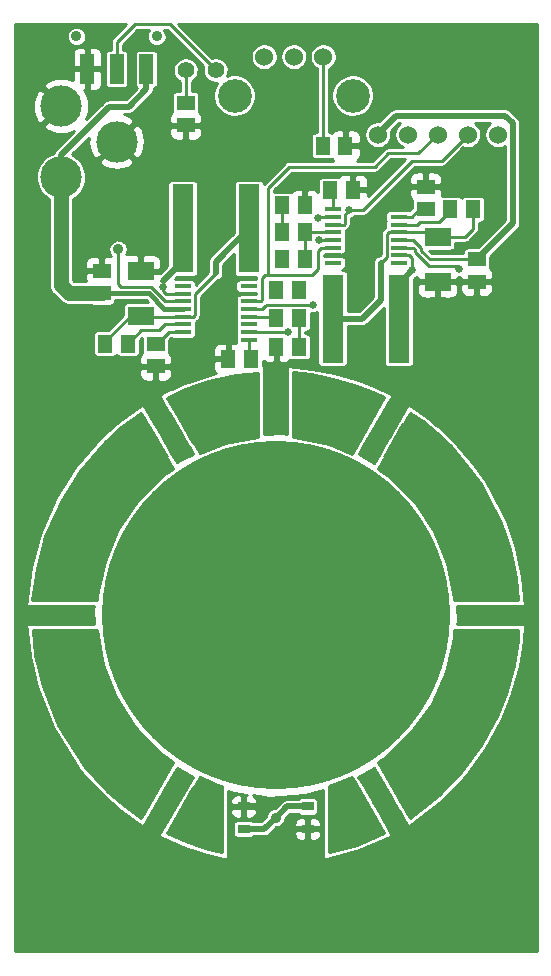
<source format=gtl>
G04 (created by PCBNEW (2013-07-07 BZR 4022)-stable) date 1/16/2014 2:05:14 PM*
%MOIN*%
G04 Gerber Fmt 3.4, Leading zero omitted, Abs format*
%FSLAX34Y34*%
G01*
G70*
G90*
G04 APERTURE LIST*
%ADD10C,0.006*%
%ADD11C,0.137795*%
%ADD12C,0.06*%
%ADD13C,0.112*%
%ADD14R,0.0472441X0.0984252*%
%ADD15C,0.0354331*%
%ADD16C,0.056*%
%ADD17R,0.129921X0.019685*%
%ADD18R,0.129921X0.0511811*%
%ADD19R,0.019685X0.015748*%
%ADD20R,0.0579X0.0165*%
%ADD21R,0.107874X0.107874*%
%ADD22R,0.0394X0.0315*%
%ADD23R,0.0708661X0.295276*%
%ADD24R,0.0866X0.063*%
%ADD25R,0.059X0.0512*%
%ADD26R,0.0512X0.059*%
%ADD27C,1.16*%
%ADD28C,0.4*%
%ADD29C,0.025*%
%ADD30C,0.035*%
%ADD31C,0.02*%
%ADD32C,0.05*%
%ADD33C,0.01*%
%ADD34C,0.015*%
G04 APERTURE END LIST*
G54D10*
G54D11*
X1849Y26108D03*
X1849Y28471D03*
X3700Y27290D03*
G54D12*
X17400Y27520D03*
X16400Y27520D03*
X15400Y27520D03*
X14400Y27520D03*
X13400Y27520D03*
X12400Y27520D03*
X10585Y30120D03*
X9600Y30120D03*
X8615Y30120D03*
G54D13*
X11570Y28820D03*
X7630Y28820D03*
G54D14*
X4684Y29710D03*
X3700Y29710D03*
X2715Y29710D03*
G54D15*
X2361Y30792D03*
X5038Y30792D03*
G54D16*
X7000Y29670D03*
X6000Y29670D03*
G54D17*
X2000Y10948D03*
X2000Y12051D03*
G54D18*
X2000Y11500D03*
G54D19*
X2000Y12228D03*
X2000Y10771D03*
G54D20*
X5900Y21708D03*
X5900Y21452D03*
X5900Y21196D03*
X5900Y20940D03*
X8102Y22472D03*
X5900Y22476D03*
X5900Y22220D03*
X5900Y21964D03*
X8104Y20684D03*
X8104Y20940D03*
X8104Y21196D03*
X8104Y21452D03*
X8104Y21708D03*
X8104Y21964D03*
X5900Y20684D03*
X8102Y22220D03*
G54D21*
X7002Y21580D03*
G54D20*
X13102Y24012D03*
X13102Y24268D03*
X13102Y24524D03*
X13102Y24780D03*
X10900Y23248D03*
X13102Y23244D03*
X13102Y23500D03*
X13102Y23756D03*
X10898Y25036D03*
X10898Y24780D03*
X10898Y24524D03*
X10898Y24268D03*
X10898Y24012D03*
X10898Y23756D03*
X13102Y25036D03*
X10900Y23500D03*
G54D21*
X12000Y24140D03*
G54D22*
X10933Y4750D03*
X10067Y4375D03*
X10067Y5125D03*
X7067Y4750D03*
X7933Y5125D03*
X7933Y4375D03*
G54D23*
X10897Y21390D03*
X13102Y21390D03*
X8104Y24396D03*
X5899Y24396D03*
G54D24*
X4502Y22968D03*
X4502Y21472D03*
X14402Y22624D03*
X14402Y24120D03*
G54D10*
G36*
X5262Y16672D02*
X4612Y17797D01*
X4783Y17896D01*
X5432Y16771D01*
X5262Y16672D01*
X5262Y16672D01*
G37*
G36*
X6216Y17223D02*
X5567Y18348D01*
X5737Y18447D01*
X6387Y17322D01*
X6216Y17223D01*
X6216Y17223D01*
G37*
G36*
X5603Y16869D02*
X4953Y17994D01*
X5396Y18250D01*
X6046Y17125D01*
X5603Y16869D01*
X5603Y16869D01*
G37*
G36*
X6111Y17799D02*
X6013Y17970D01*
X6149Y18048D01*
X6248Y17878D01*
X6111Y17799D01*
X6111Y17799D01*
G37*
G36*
X4850Y17071D02*
X4751Y17241D01*
X4888Y17320D01*
X4986Y17149D01*
X4850Y17071D01*
X4850Y17071D01*
G37*
G36*
X6387Y5677D02*
X5737Y4552D01*
X5567Y4651D01*
X6216Y5776D01*
X6387Y5677D01*
X6387Y5677D01*
G37*
G36*
X5432Y6228D02*
X4783Y5103D01*
X4612Y5202D01*
X5262Y6327D01*
X5432Y6228D01*
X5432Y6228D01*
G37*
G36*
X6046Y5874D02*
X5396Y4749D01*
X4953Y5005D01*
X5603Y6130D01*
X6046Y5874D01*
X6046Y5874D01*
G37*
G36*
X4986Y5850D02*
X4888Y5679D01*
X4751Y5758D01*
X4850Y5928D01*
X4986Y5850D01*
X4986Y5850D01*
G37*
G36*
X6248Y5121D02*
X6149Y4951D01*
X6013Y5029D01*
X6111Y5200D01*
X6248Y5121D01*
X6248Y5121D01*
G37*
G36*
X12262Y4552D02*
X11612Y5677D01*
X11783Y5776D01*
X12432Y4651D01*
X12262Y4552D01*
X12262Y4552D01*
G37*
G36*
X13216Y5103D02*
X12567Y6228D01*
X12737Y6327D01*
X13387Y5202D01*
X13216Y5103D01*
X13216Y5103D01*
G37*
G36*
X12603Y4749D02*
X11953Y5874D01*
X12396Y6130D01*
X13046Y5005D01*
X12603Y4749D01*
X12603Y4749D01*
G37*
G36*
X13111Y5679D02*
X13013Y5850D01*
X13149Y5928D01*
X13248Y5758D01*
X13111Y5679D01*
X13111Y5679D01*
G37*
G36*
X11850Y4951D02*
X11751Y5121D01*
X11888Y5200D01*
X11986Y5029D01*
X11850Y4951D01*
X11850Y4951D01*
G37*
G54D17*
X16000Y10948D03*
X16000Y12051D03*
G54D18*
X16000Y11500D03*
G54D19*
X16000Y12228D03*
X16000Y10771D03*
G54D10*
G36*
X13387Y17797D02*
X12737Y16672D01*
X12567Y16771D01*
X13216Y17896D01*
X13387Y17797D01*
X13387Y17797D01*
G37*
G36*
X12432Y18348D02*
X11783Y17223D01*
X11612Y17322D01*
X12262Y18447D01*
X12432Y18348D01*
X12432Y18348D01*
G37*
G36*
X13046Y17994D02*
X12396Y16869D01*
X11953Y17125D01*
X12603Y18250D01*
X13046Y17994D01*
X13046Y17994D01*
G37*
G36*
X11986Y17970D02*
X11888Y17799D01*
X11751Y17878D01*
X11850Y18048D01*
X11986Y17970D01*
X11986Y17970D01*
G37*
G36*
X13248Y17241D02*
X13149Y17071D01*
X13013Y17149D01*
X13111Y17320D01*
X13248Y17241D01*
X13248Y17241D01*
G37*
G54D25*
X3202Y22229D03*
X3202Y22979D03*
X5002Y20547D03*
X5002Y19797D03*
G54D26*
X9775Y22350D03*
X9025Y22350D03*
X9775Y20450D03*
X9025Y20450D03*
X4077Y20556D03*
X3327Y20556D03*
G54D25*
X15702Y23363D03*
X15702Y22613D03*
G54D26*
X9977Y23372D03*
X9227Y23372D03*
X14827Y25036D03*
X15577Y25036D03*
X9227Y25164D03*
X9977Y25164D03*
G54D25*
X6000Y28575D03*
X6000Y27825D03*
G54D26*
X9025Y21400D03*
X9775Y21400D03*
X10827Y25676D03*
X11577Y25676D03*
X9977Y24268D03*
X9227Y24268D03*
X8177Y20044D03*
X7427Y20044D03*
X10575Y27150D03*
X11325Y27150D03*
G54D25*
X14002Y25036D03*
X14002Y25786D03*
G54D27*
X9000Y11500D03*
G54D28*
X4000Y2250D03*
X14000Y2250D03*
G54D29*
X15702Y23363D03*
X10400Y24750D03*
X9400Y20950D03*
G54D30*
X9000Y4750D03*
G54D29*
X10250Y21850D03*
X10450Y24000D03*
X11450Y25000D03*
X12150Y18700D03*
X11800Y18700D03*
X12500Y18700D03*
X15100Y23050D03*
X11450Y18700D03*
X6250Y18700D03*
X5900Y18700D03*
G54D30*
X3750Y23700D03*
G54D29*
X6600Y18700D03*
X5550Y18700D03*
X7350Y21600D03*
X7000Y21250D03*
X6650Y21600D03*
X7000Y21900D03*
X12000Y24450D03*
X12000Y23800D03*
X12350Y24150D03*
X11650Y24150D03*
X12690Y17928D03*
X12495Y17553D03*
X12279Y17172D03*
X16428Y11483D03*
X16011Y11486D03*
X15573Y11492D03*
X12699Y5080D03*
X12300Y5803D03*
X12492Y5443D03*
X5289Y5065D03*
X5697Y5785D03*
X5499Y5437D03*
X2009Y11496D03*
X1585Y11496D03*
X2435Y11494D03*
X5304Y17877D03*
X5500Y17560D03*
X5682Y17247D03*
X11577Y25676D03*
X12000Y24140D03*
X9227Y23372D03*
X9025Y20450D03*
X7002Y21580D03*
X9025Y22350D03*
X9850Y25800D03*
G54D30*
X9500Y4250D03*
X8500Y5250D03*
G54D29*
X14002Y25036D03*
X13550Y23000D03*
X5002Y20547D03*
X5250Y22450D03*
X9025Y21400D03*
X9775Y22350D03*
G54D31*
X12400Y27520D02*
X12400Y27550D01*
X16900Y24561D02*
X15702Y23363D01*
X16900Y27900D02*
X16900Y24561D01*
X16650Y28150D02*
X16900Y27900D01*
X13000Y28150D02*
X16650Y28150D01*
X12400Y27550D02*
X13000Y28150D01*
G54D32*
X1849Y26108D02*
X1849Y22500D01*
X2121Y22229D02*
X3202Y22229D01*
X1849Y22500D02*
X2121Y22229D01*
G54D31*
X4684Y29710D02*
X4684Y29034D01*
X1849Y26849D02*
X1849Y26108D01*
X3450Y28450D02*
X1849Y26849D01*
X4100Y28450D02*
X3450Y28450D01*
X4684Y29034D02*
X4100Y28450D01*
G54D33*
X13588Y24012D02*
X13850Y23750D01*
X13102Y24012D02*
X13588Y24012D01*
X14137Y23363D02*
X15702Y23363D01*
X13850Y23650D02*
X14137Y23363D01*
X13850Y23750D02*
X13850Y23650D01*
G54D34*
X5900Y21708D02*
X5292Y21708D01*
X5292Y21708D02*
X4771Y22229D01*
X4771Y22229D02*
X3202Y22229D01*
G54D31*
X12022Y5164D02*
X11869Y5075D01*
G54D33*
X8104Y20940D02*
X9390Y20940D01*
X9390Y20940D02*
X9400Y20950D01*
X10400Y24750D02*
X10430Y24780D01*
X10430Y24780D02*
X10898Y24780D01*
X3700Y29710D02*
X3700Y30600D01*
X5470Y31200D02*
X7000Y29670D01*
X4300Y31200D02*
X5470Y31200D01*
X3700Y30600D02*
X4300Y31200D01*
X10800Y26450D02*
X9450Y26450D01*
X14370Y27520D02*
X13750Y26900D01*
X13750Y26900D02*
X12750Y26900D01*
X12750Y26900D02*
X12300Y26450D01*
X12300Y26450D02*
X10800Y26450D01*
X14400Y27520D02*
X14370Y27520D01*
X8750Y25750D02*
X8750Y22850D01*
X9450Y26450D02*
X8750Y25750D01*
X8104Y21964D02*
X8514Y21964D01*
X10506Y23756D02*
X10898Y23756D01*
X10400Y23650D02*
X10506Y23756D01*
X10400Y23050D02*
X10400Y23650D01*
X10200Y22850D02*
X10400Y23050D01*
X8650Y22850D02*
X8750Y22850D01*
X8750Y22850D02*
X10200Y22850D01*
X8550Y22750D02*
X8650Y22850D01*
X8550Y22000D02*
X8550Y22750D01*
X8514Y21964D02*
X8550Y22000D01*
G54D31*
X7933Y4375D02*
X8625Y4375D01*
X8625Y4375D02*
X9000Y4750D01*
X9375Y5125D02*
X9000Y4750D01*
X9375Y5125D02*
X10067Y5125D01*
G54D33*
X10898Y24012D02*
X10462Y24012D01*
X8558Y21708D02*
X8650Y21800D01*
X8650Y21800D02*
X8700Y21850D01*
X8700Y21850D02*
X10250Y21850D01*
X8558Y21708D02*
X8104Y21708D01*
X10462Y24012D02*
X10450Y24000D01*
X11450Y25000D02*
X11900Y25000D01*
X14530Y26650D02*
X15400Y27520D01*
X13550Y26650D02*
X14530Y26650D01*
X11900Y25000D02*
X13550Y26650D01*
X11274Y24524D02*
X11300Y24550D01*
X11300Y24550D02*
X11300Y24850D01*
X11300Y24850D02*
X11450Y25000D01*
X11274Y24524D02*
X10898Y24524D01*
G54D31*
X16000Y12228D02*
X16000Y12051D01*
X12977Y17284D02*
X13130Y17195D01*
X13130Y5804D02*
X12977Y5715D01*
X16000Y10948D02*
X16000Y10771D01*
G54D33*
X11450Y18700D02*
X11800Y18700D01*
X11800Y18700D02*
X12150Y18700D01*
X12150Y18700D02*
X12500Y18700D01*
X13594Y23756D02*
X13102Y23756D01*
X15100Y23100D02*
X15100Y23050D01*
X15050Y23150D02*
X15100Y23100D01*
X14100Y23150D02*
X15050Y23150D01*
X13650Y23600D02*
X14100Y23150D01*
X13650Y23700D02*
X13650Y23600D01*
X13594Y23756D02*
X13650Y23700D01*
G54D31*
X11869Y17924D02*
X12022Y17835D01*
X5977Y5164D02*
X6130Y5075D01*
X4869Y17195D02*
X5022Y17284D01*
X2000Y12228D02*
X2000Y12051D01*
X4869Y5804D02*
X5022Y5715D01*
X2000Y10771D02*
X2000Y10948D01*
G54D33*
X5318Y21964D02*
X4832Y22450D01*
X4832Y22450D02*
X3850Y22450D01*
X3850Y22450D02*
X3750Y22550D01*
X3750Y22550D02*
X3750Y23700D01*
X5900Y21964D02*
X5318Y21964D01*
X5550Y18700D02*
X5900Y18700D01*
X5900Y18700D02*
X6250Y18700D01*
X6250Y18700D02*
X6600Y18700D01*
G54D31*
X5977Y17835D02*
X6130Y17924D01*
G54D33*
X10900Y23500D02*
X11300Y23500D01*
X9977Y25164D02*
X9977Y25673D01*
X9977Y25673D02*
X9850Y25800D01*
G54D31*
X10067Y4375D02*
X9625Y4375D01*
X9625Y4375D02*
X9500Y4250D01*
X7933Y5125D02*
X8375Y5125D01*
X8375Y5125D02*
X8500Y5250D01*
G54D33*
X10585Y30120D02*
X10585Y27160D01*
X10585Y27160D02*
X10575Y27150D01*
X14827Y25036D02*
X14827Y24977D01*
X13724Y24524D02*
X13102Y24524D01*
X13800Y24600D02*
X13724Y24524D01*
X14450Y24600D02*
X13800Y24600D01*
X14827Y24977D02*
X14450Y24600D01*
G54D31*
X10897Y21390D02*
X11890Y21390D01*
G54D33*
X12768Y24268D02*
X13102Y24268D01*
X12700Y24200D02*
X12768Y24268D01*
X12700Y23450D02*
X12700Y24200D01*
X12500Y23250D02*
X12700Y23450D01*
G54D31*
X12500Y22000D02*
X12500Y23250D01*
X11890Y21390D02*
X12500Y22000D01*
G54D33*
X14402Y24120D02*
X14661Y24120D01*
X15577Y24377D02*
X15577Y25036D01*
X15320Y24120D02*
X15577Y24377D01*
X14661Y24120D02*
X15320Y24120D01*
X13102Y24268D02*
X14254Y24268D01*
X14254Y24268D02*
X14402Y24120D01*
X13530Y24780D02*
X13786Y25036D01*
X13786Y25036D02*
X14002Y25036D01*
X13102Y24780D02*
X13530Y24780D01*
X13102Y23500D02*
X13450Y23500D01*
X13102Y22552D02*
X13102Y21390D01*
G54D31*
X13550Y23000D02*
X13102Y22552D01*
G54D33*
X13550Y23400D02*
X13550Y23000D01*
X13450Y23500D02*
X13550Y23400D01*
X10827Y25676D02*
X10898Y25605D01*
X10898Y25605D02*
X10898Y25036D01*
X9227Y24268D02*
X9227Y25164D01*
X9977Y24268D02*
X10898Y24268D01*
X9977Y24268D02*
X9977Y23372D01*
X5900Y21196D02*
X5296Y21196D01*
X4521Y21000D02*
X4077Y20556D01*
X5100Y21000D02*
X4521Y21000D01*
X5296Y21196D02*
X5100Y21000D01*
X5900Y21452D02*
X6252Y21452D01*
G54D31*
X7000Y23291D02*
X8104Y24396D01*
X7000Y22900D02*
X7000Y23291D01*
G54D33*
X6300Y22200D02*
X7000Y22900D01*
X6300Y21500D02*
X6300Y22200D01*
X6252Y21452D02*
X6300Y21500D01*
X3327Y20556D02*
X3327Y20627D01*
X4172Y21472D02*
X4502Y21472D01*
X3327Y20627D02*
X4172Y21472D01*
X5900Y21452D02*
X4522Y21452D01*
X4522Y21452D02*
X4502Y21472D01*
X5002Y20547D02*
X5047Y20547D01*
X5440Y20940D02*
X5900Y20940D01*
X5047Y20547D02*
X5440Y20940D01*
X5899Y24396D02*
X5899Y23299D01*
X5345Y22220D02*
X5250Y22315D01*
X5250Y22315D02*
X5250Y22450D01*
X5250Y22450D02*
X5250Y22650D01*
X5345Y22220D02*
X5900Y22220D01*
G54D31*
X5899Y23299D02*
X5250Y22650D01*
G54D33*
X8104Y20684D02*
X8104Y20117D01*
X8104Y20117D02*
X8177Y20044D01*
X6000Y29670D02*
X6000Y28575D01*
X9775Y21400D02*
X9775Y20450D01*
X8973Y21452D02*
X9025Y21400D01*
X8104Y21452D02*
X8973Y21452D01*
G54D10*
G36*
X5593Y16382D02*
X5253Y16159D01*
X4419Y15343D01*
X3760Y14380D01*
X3301Y13307D01*
X3058Y12166D01*
X3056Y11999D01*
X895Y11994D01*
X1041Y13057D01*
X1319Y14140D01*
X1863Y15350D01*
X2477Y16320D01*
X3319Y17287D01*
X3862Y17775D01*
X4523Y18253D01*
X5593Y16382D01*
X5593Y16382D01*
G37*
G54D33*
X5593Y16382D02*
X5253Y16159D01*
X4419Y15343D01*
X3760Y14380D01*
X3301Y13307D01*
X3058Y12166D01*
X3056Y11999D01*
X895Y11994D01*
X1041Y13057D01*
X1319Y14140D01*
X1863Y15350D01*
X2477Y16320D01*
X3319Y17287D01*
X3862Y17775D01*
X4523Y18253D01*
X5593Y16382D01*
G54D10*
G36*
X5595Y6619D02*
X4527Y4742D01*
X3968Y5141D01*
X3424Y5614D01*
X2638Y6432D01*
X1745Y7853D01*
X1236Y9152D01*
X994Y10177D01*
X906Y10997D01*
X3042Y10997D01*
X3252Y9852D01*
X3682Y8767D01*
X4314Y7786D01*
X5125Y6946D01*
X5595Y6619D01*
X5595Y6619D01*
G37*
G54D33*
X5595Y6619D02*
X4527Y4742D01*
X3968Y5141D01*
X3424Y5614D01*
X2638Y6432D01*
X1745Y7853D01*
X1236Y9152D01*
X994Y10177D01*
X906Y10997D01*
X3042Y10997D01*
X3252Y9852D01*
X3682Y8767D01*
X4314Y7786D01*
X5125Y6946D01*
X5595Y6619D01*
G54D10*
G36*
X7221Y3595D02*
X6761Y3705D01*
X6065Y3940D01*
X5378Y4243D01*
X6466Y6113D01*
X7152Y5813D01*
X7214Y5800D01*
X7221Y3595D01*
X7221Y3595D01*
G37*
G54D33*
X7221Y3595D02*
X6761Y3705D01*
X6065Y3940D01*
X5378Y4243D01*
X6466Y6113D01*
X7152Y5813D01*
X7214Y5800D01*
X7221Y3595D01*
G54D10*
G36*
X12609Y4247D02*
X11707Y3858D01*
X10774Y3593D01*
X10786Y5809D01*
X10786Y5810D01*
X11533Y6100D01*
X12609Y4247D01*
X12609Y4247D01*
G37*
G54D33*
X12609Y4247D02*
X11707Y3858D01*
X10774Y3593D01*
X10786Y5809D01*
X10786Y5810D01*
X11533Y6100D01*
X12609Y4247D01*
G54D10*
G36*
X17089Y10997D02*
X17072Y10662D01*
X16943Y9849D01*
X16673Y8886D01*
X16379Y8143D01*
X15847Y7176D01*
X15193Y6268D01*
X14439Y5494D01*
X13482Y4747D01*
X12401Y6611D01*
X12680Y6788D01*
X13525Y7593D01*
X14198Y8546D01*
X14673Y9612D01*
X14931Y10750D01*
X14935Y10997D01*
X17089Y10997D01*
X17089Y10997D01*
G37*
G54D33*
X17089Y10997D02*
X17072Y10662D01*
X16943Y9849D01*
X16673Y8886D01*
X16379Y8143D01*
X15847Y7176D01*
X15193Y6268D01*
X14439Y5494D01*
X13482Y4747D01*
X12401Y6611D01*
X12680Y6788D01*
X13525Y7593D01*
X14198Y8546D01*
X14673Y9612D01*
X14931Y10750D01*
X14935Y10997D01*
X17089Y10997D01*
G54D10*
G36*
X17090Y11998D02*
X14949Y11999D01*
X14950Y12083D01*
X14723Y13228D01*
X14278Y14306D01*
X13633Y15278D01*
X12811Y16106D01*
X12401Y16382D01*
X13481Y18255D01*
X13910Y17963D01*
X14368Y17584D01*
X14829Y17146D01*
X15393Y16484D01*
X15855Y15859D01*
X16520Y14574D01*
X16809Y13703D01*
X17013Y12736D01*
X17090Y11998D01*
X17090Y11998D01*
G37*
G54D33*
X17090Y11998D02*
X14949Y11999D01*
X14950Y12083D01*
X14723Y13228D01*
X14278Y14306D01*
X13633Y15278D01*
X12811Y16106D01*
X12401Y16382D01*
X13481Y18255D01*
X13910Y17963D01*
X14368Y17584D01*
X14829Y17146D01*
X15393Y16484D01*
X15855Y15859D01*
X16520Y14574D01*
X16809Y13703D01*
X17013Y12736D01*
X17090Y11998D01*
G54D10*
G36*
X8418Y17446D02*
X7311Y17235D01*
X6467Y16894D01*
X5388Y18758D01*
X5568Y18848D01*
X5967Y19032D01*
X6757Y19298D01*
X7681Y19505D01*
X8418Y19589D01*
X8418Y17446D01*
X8418Y17446D01*
G37*
G54D33*
X8418Y17446D02*
X7311Y17235D01*
X6467Y16894D01*
X5388Y18758D01*
X5568Y18848D01*
X5967Y19032D01*
X6757Y19298D01*
X7681Y19505D01*
X8418Y19589D01*
X8418Y17446D01*
G54D10*
G36*
X12614Y18761D02*
X11532Y16890D01*
X10767Y17211D01*
X9624Y17446D01*
X9577Y17446D01*
X9577Y19597D01*
X10189Y19525D01*
X10909Y19388D01*
X11715Y19145D01*
X12251Y18930D01*
X12614Y18761D01*
X12614Y18761D01*
G37*
G54D33*
X12614Y18761D02*
X11532Y16890D01*
X10767Y17211D01*
X9624Y17446D01*
X9577Y17446D01*
X9577Y19597D01*
X10189Y19525D01*
X10909Y19388D01*
X11715Y19145D01*
X12251Y18930D01*
X12614Y18761D01*
G54D10*
G36*
X9076Y11494D02*
X9005Y11423D01*
X9000Y11429D01*
X8994Y11423D01*
X8923Y11494D01*
X8929Y11500D01*
X8923Y11505D01*
X8994Y11576D01*
X9000Y11570D01*
X9005Y11576D01*
X9076Y11505D01*
X9070Y11500D01*
X9076Y11494D01*
X9076Y11494D01*
G37*
G54D33*
X9076Y11494D02*
X9005Y11423D01*
X9000Y11429D01*
X8994Y11423D01*
X8923Y11494D01*
X8929Y11500D01*
X8923Y11505D01*
X8994Y11576D01*
X9000Y11570D01*
X9005Y11576D01*
X9076Y11505D01*
X9070Y11500D01*
X9076Y11494D01*
G54D10*
G36*
X9082Y22300D02*
X9075Y22300D01*
X9075Y22292D01*
X8975Y22292D01*
X8975Y22300D01*
X8967Y22300D01*
X8967Y22400D01*
X8975Y22400D01*
X8975Y22407D01*
X9075Y22407D01*
X9075Y22400D01*
X9082Y22400D01*
X9082Y22300D01*
X9082Y22300D01*
G37*
G54D33*
X9082Y22300D02*
X9075Y22300D01*
X9075Y22292D01*
X8975Y22292D01*
X8975Y22300D01*
X8967Y22300D01*
X8967Y22400D01*
X8975Y22400D01*
X8975Y22407D01*
X9075Y22407D01*
X9075Y22400D01*
X9082Y22400D01*
X9082Y22300D01*
G54D10*
G36*
X9284Y23322D02*
X9277Y23322D01*
X9277Y23314D01*
X9177Y23314D01*
X9177Y23322D01*
X9169Y23322D01*
X9169Y23422D01*
X9177Y23422D01*
X9177Y23429D01*
X9277Y23429D01*
X9277Y23422D01*
X9284Y23422D01*
X9284Y23322D01*
X9284Y23322D01*
G37*
G54D33*
X9284Y23322D02*
X9277Y23322D01*
X9277Y23314D01*
X9177Y23314D01*
X9177Y23322D01*
X9169Y23322D01*
X9169Y23422D01*
X9177Y23422D01*
X9177Y23429D01*
X9277Y23429D01*
X9277Y23422D01*
X9284Y23422D01*
X9284Y23322D01*
G54D10*
G36*
X13317Y26700D02*
X12083Y25466D01*
X12083Y25948D01*
X12082Y25997D01*
X12072Y26045D01*
X12053Y26090D01*
X12026Y26131D01*
X11991Y26165D01*
X11950Y26192D01*
X11905Y26211D01*
X11857Y26221D01*
X11689Y26221D01*
X11627Y26158D01*
X11627Y25726D01*
X12020Y25726D01*
X12083Y25788D01*
X12083Y25948D01*
X12083Y25466D01*
X12083Y25465D01*
X12083Y25563D01*
X12020Y25626D01*
X11627Y25626D01*
X11627Y25618D01*
X11527Y25618D01*
X11527Y25626D01*
X11519Y25626D01*
X11519Y25726D01*
X11527Y25726D01*
X11527Y26158D01*
X11464Y26221D01*
X11296Y26221D01*
X11248Y26211D01*
X11203Y26192D01*
X11162Y26165D01*
X11127Y26131D01*
X11117Y26116D01*
X11098Y26120D01*
X11069Y26121D01*
X10556Y26121D01*
X10527Y26115D01*
X10500Y26104D01*
X10475Y26087D01*
X10454Y26067D01*
X10438Y26042D01*
X10427Y26015D01*
X10421Y25986D01*
X10420Y25957D01*
X10420Y25624D01*
X10391Y25653D01*
X10350Y25680D01*
X10305Y25699D01*
X10257Y25709D01*
X10089Y25709D01*
X10027Y25646D01*
X10027Y25214D01*
X10034Y25214D01*
X10034Y25114D01*
X10027Y25114D01*
X10027Y25106D01*
X9927Y25106D01*
X9927Y25114D01*
X9919Y25114D01*
X9919Y25214D01*
X9927Y25214D01*
X9927Y25646D01*
X9864Y25709D01*
X9696Y25709D01*
X9648Y25699D01*
X9603Y25680D01*
X9562Y25653D01*
X9527Y25619D01*
X9517Y25604D01*
X9498Y25608D01*
X9469Y25609D01*
X8956Y25609D01*
X8950Y25607D01*
X8950Y25667D01*
X9532Y26250D01*
X10800Y26250D01*
X12300Y26250D01*
X12318Y26251D01*
X12336Y26253D01*
X12337Y26253D01*
X12338Y26253D01*
X12356Y26259D01*
X12374Y26264D01*
X12375Y26264D01*
X12376Y26265D01*
X12392Y26273D01*
X12408Y26282D01*
X12409Y26282D01*
X12410Y26283D01*
X12425Y26295D01*
X12439Y26306D01*
X12440Y26308D01*
X12440Y26308D01*
X12440Y26308D01*
X12441Y26308D01*
X12832Y26700D01*
X13317Y26700D01*
X13317Y26700D01*
G37*
G54D33*
X13317Y26700D02*
X12083Y25466D01*
X12083Y25948D01*
X12082Y25997D01*
X12072Y26045D01*
X12053Y26090D01*
X12026Y26131D01*
X11991Y26165D01*
X11950Y26192D01*
X11905Y26211D01*
X11857Y26221D01*
X11689Y26221D01*
X11627Y26158D01*
X11627Y25726D01*
X12020Y25726D01*
X12083Y25788D01*
X12083Y25948D01*
X12083Y25466D01*
X12083Y25465D01*
X12083Y25563D01*
X12020Y25626D01*
X11627Y25626D01*
X11627Y25618D01*
X11527Y25618D01*
X11527Y25626D01*
X11519Y25626D01*
X11519Y25726D01*
X11527Y25726D01*
X11527Y26158D01*
X11464Y26221D01*
X11296Y26221D01*
X11248Y26211D01*
X11203Y26192D01*
X11162Y26165D01*
X11127Y26131D01*
X11117Y26116D01*
X11098Y26120D01*
X11069Y26121D01*
X10556Y26121D01*
X10527Y26115D01*
X10500Y26104D01*
X10475Y26087D01*
X10454Y26067D01*
X10438Y26042D01*
X10427Y26015D01*
X10421Y25986D01*
X10420Y25957D01*
X10420Y25624D01*
X10391Y25653D01*
X10350Y25680D01*
X10305Y25699D01*
X10257Y25709D01*
X10089Y25709D01*
X10027Y25646D01*
X10027Y25214D01*
X10034Y25214D01*
X10034Y25114D01*
X10027Y25114D01*
X10027Y25106D01*
X9927Y25106D01*
X9927Y25114D01*
X9919Y25114D01*
X9919Y25214D01*
X9927Y25214D01*
X9927Y25646D01*
X9864Y25709D01*
X9696Y25709D01*
X9648Y25699D01*
X9603Y25680D01*
X9562Y25653D01*
X9527Y25619D01*
X9517Y25604D01*
X9498Y25608D01*
X9469Y25609D01*
X8956Y25609D01*
X8950Y25607D01*
X8950Y25667D01*
X9532Y26250D01*
X10800Y26250D01*
X12300Y26250D01*
X12318Y26251D01*
X12336Y26253D01*
X12337Y26253D01*
X12338Y26253D01*
X12356Y26259D01*
X12374Y26264D01*
X12375Y26264D01*
X12376Y26265D01*
X12392Y26273D01*
X12408Y26282D01*
X12409Y26282D01*
X12410Y26283D01*
X12425Y26295D01*
X12439Y26306D01*
X12440Y26308D01*
X12440Y26308D01*
X12440Y26308D01*
X12441Y26308D01*
X12832Y26700D01*
X13317Y26700D01*
G54D10*
G36*
X16650Y24664D02*
X15754Y23769D01*
X15392Y23769D01*
X15363Y23763D01*
X15336Y23752D01*
X15311Y23735D01*
X15290Y23715D01*
X15274Y23690D01*
X15263Y23663D01*
X15257Y23634D01*
X15256Y23605D01*
X15256Y23563D01*
X14219Y23563D01*
X14127Y23654D01*
X14849Y23654D01*
X14878Y23660D01*
X14905Y23671D01*
X14930Y23688D01*
X14951Y23708D01*
X14967Y23733D01*
X14978Y23760D01*
X14984Y23789D01*
X14985Y23818D01*
X14985Y23920D01*
X15320Y23920D01*
X15338Y23921D01*
X15356Y23923D01*
X15357Y23923D01*
X15358Y23923D01*
X15376Y23929D01*
X15394Y23934D01*
X15395Y23934D01*
X15396Y23935D01*
X15412Y23943D01*
X15428Y23952D01*
X15429Y23952D01*
X15430Y23953D01*
X15445Y23965D01*
X15459Y23976D01*
X15460Y23978D01*
X15460Y23978D01*
X15460Y23978D01*
X15461Y23978D01*
X15718Y24235D01*
X15730Y24249D01*
X15742Y24264D01*
X15742Y24264D01*
X15743Y24265D01*
X15751Y24282D01*
X15760Y24298D01*
X15761Y24299D01*
X15761Y24300D01*
X15767Y24317D01*
X15772Y24335D01*
X15772Y24336D01*
X15773Y24337D01*
X15774Y24355D01*
X15776Y24374D01*
X15776Y24376D01*
X15776Y24376D01*
X15776Y24376D01*
X15777Y24377D01*
X15777Y24590D01*
X15847Y24590D01*
X15876Y24596D01*
X15903Y24607D01*
X15928Y24624D01*
X15949Y24644D01*
X15965Y24669D01*
X15976Y24696D01*
X15982Y24725D01*
X15983Y24754D01*
X15983Y25345D01*
X15977Y25374D01*
X15966Y25401D01*
X15949Y25426D01*
X15929Y25447D01*
X15904Y25463D01*
X15877Y25474D01*
X15848Y25480D01*
X15819Y25481D01*
X15306Y25481D01*
X15277Y25475D01*
X15250Y25464D01*
X15225Y25447D01*
X15204Y25427D01*
X15202Y25422D01*
X15199Y25426D01*
X15179Y25447D01*
X15154Y25463D01*
X15127Y25474D01*
X15098Y25480D01*
X15069Y25481D01*
X14556Y25481D01*
X14541Y25478D01*
X14547Y25505D01*
X14547Y26066D01*
X14537Y26114D01*
X14518Y26159D01*
X14491Y26200D01*
X14457Y26235D01*
X14416Y26262D01*
X14371Y26281D01*
X14323Y26291D01*
X14274Y26292D01*
X14114Y26292D01*
X14052Y26229D01*
X14052Y25836D01*
X14484Y25836D01*
X14547Y25898D01*
X14547Y26066D01*
X14547Y25505D01*
X14547Y25673D01*
X14484Y25736D01*
X14052Y25736D01*
X14052Y25728D01*
X13952Y25728D01*
X13952Y25736D01*
X13952Y25836D01*
X13952Y26229D01*
X13889Y26292D01*
X13729Y26292D01*
X13680Y26291D01*
X13632Y26281D01*
X13587Y26262D01*
X13546Y26235D01*
X13512Y26200D01*
X13485Y26159D01*
X13466Y26114D01*
X13456Y26066D01*
X13457Y25898D01*
X13519Y25836D01*
X13952Y25836D01*
X13952Y25736D01*
X13519Y25736D01*
X13457Y25673D01*
X13456Y25505D01*
X13466Y25457D01*
X13485Y25412D01*
X13512Y25371D01*
X13546Y25336D01*
X13561Y25326D01*
X13557Y25307D01*
X13556Y25278D01*
X13556Y25089D01*
X13462Y24995D01*
X13436Y25006D01*
X13407Y25012D01*
X13377Y25012D01*
X12797Y25012D01*
X12768Y25006D01*
X12741Y24995D01*
X12717Y24979D01*
X12696Y24958D01*
X12679Y24934D01*
X12668Y24907D01*
X12662Y24878D01*
X12662Y24848D01*
X12662Y24682D01*
X12668Y24653D01*
X12668Y24652D01*
X12668Y24651D01*
X12662Y24622D01*
X12662Y24592D01*
X12662Y24437D01*
X12659Y24435D01*
X12658Y24435D01*
X12657Y24434D01*
X12642Y24422D01*
X12628Y24411D01*
X12627Y24409D01*
X12627Y24409D01*
X12627Y24409D01*
X12626Y24409D01*
X12558Y24341D01*
X12546Y24327D01*
X12534Y24312D01*
X12534Y24312D01*
X12533Y24311D01*
X12525Y24294D01*
X12516Y24278D01*
X12515Y24277D01*
X12515Y24276D01*
X12509Y24259D01*
X12504Y24241D01*
X12504Y24240D01*
X12503Y24239D01*
X12502Y24221D01*
X12500Y24202D01*
X12500Y24200D01*
X12500Y24200D01*
X12500Y24200D01*
X12500Y24200D01*
X12500Y23532D01*
X12463Y23496D01*
X12453Y23495D01*
X12406Y23481D01*
X12363Y23459D01*
X12325Y23428D01*
X12293Y23391D01*
X12270Y23348D01*
X12255Y23301D01*
X12250Y23253D01*
X12250Y23250D01*
X12250Y22103D01*
X11786Y21640D01*
X11402Y21640D01*
X11401Y22881D01*
X11396Y22909D01*
X11385Y22937D01*
X11368Y22961D01*
X11348Y22982D01*
X11323Y22998D01*
X11296Y23010D01*
X11267Y23016D01*
X11238Y23016D01*
X11209Y23016D01*
X11233Y23021D01*
X11260Y23032D01*
X11284Y23048D01*
X11305Y23069D01*
X11322Y23093D01*
X11333Y23120D01*
X11339Y23149D01*
X11339Y23179D01*
X11339Y23345D01*
X11333Y23374D01*
X11322Y23401D01*
X11306Y23425D01*
X11285Y23446D01*
X11261Y23463D01*
X11234Y23474D01*
X11205Y23480D01*
X11175Y23480D01*
X10600Y23480D01*
X10600Y23523D01*
X10622Y23523D01*
X11202Y23523D01*
X11231Y23529D01*
X11258Y23540D01*
X11282Y23556D01*
X11303Y23577D01*
X11320Y23601D01*
X11331Y23628D01*
X11337Y23657D01*
X11337Y23687D01*
X11337Y23853D01*
X11331Y23882D01*
X11331Y23883D01*
X11331Y23884D01*
X11337Y23913D01*
X11337Y23943D01*
X11337Y24109D01*
X11331Y24138D01*
X11331Y24139D01*
X11331Y24140D01*
X11337Y24169D01*
X11337Y24199D01*
X11337Y24335D01*
X11348Y24338D01*
X11349Y24338D01*
X11350Y24339D01*
X11366Y24347D01*
X11382Y24356D01*
X11383Y24356D01*
X11384Y24357D01*
X11399Y24369D01*
X11413Y24380D01*
X11414Y24382D01*
X11414Y24382D01*
X11414Y24382D01*
X11415Y24382D01*
X11441Y24408D01*
X11453Y24422D01*
X11465Y24437D01*
X11465Y24437D01*
X11466Y24438D01*
X11474Y24454D01*
X11483Y24471D01*
X11484Y24472D01*
X11484Y24473D01*
X11490Y24490D01*
X11495Y24508D01*
X11495Y24509D01*
X11496Y24510D01*
X11497Y24528D01*
X11499Y24547D01*
X11499Y24549D01*
X11499Y24549D01*
X11499Y24549D01*
X11500Y24550D01*
X11500Y24729D01*
X11524Y24733D01*
X11574Y24753D01*
X11620Y24782D01*
X11638Y24800D01*
X11900Y24800D01*
X11918Y24801D01*
X11936Y24803D01*
X11937Y24803D01*
X11938Y24803D01*
X11956Y24809D01*
X11974Y24814D01*
X11975Y24814D01*
X11976Y24815D01*
X11992Y24823D01*
X12008Y24832D01*
X12009Y24832D01*
X12010Y24833D01*
X12025Y24845D01*
X12039Y24856D01*
X12040Y24858D01*
X12040Y24858D01*
X12040Y24858D01*
X12041Y24858D01*
X13632Y26450D01*
X14530Y26450D01*
X14548Y26451D01*
X14566Y26453D01*
X14567Y26453D01*
X14568Y26453D01*
X14586Y26459D01*
X14604Y26464D01*
X14605Y26464D01*
X14606Y26465D01*
X14622Y26473D01*
X14638Y26482D01*
X14639Y26482D01*
X14640Y26483D01*
X14655Y26495D01*
X14669Y26506D01*
X14670Y26508D01*
X14670Y26508D01*
X14670Y26508D01*
X14671Y26508D01*
X15255Y27092D01*
X15260Y27089D01*
X15346Y27071D01*
X15434Y27069D01*
X15521Y27084D01*
X15603Y27116D01*
X15678Y27163D01*
X15742Y27224D01*
X15793Y27296D01*
X15829Y27377D01*
X15848Y27463D01*
X15850Y27564D01*
X15832Y27650D01*
X15799Y27732D01*
X15750Y27805D01*
X15688Y27868D01*
X15641Y27900D01*
X16158Y27900D01*
X16116Y27872D01*
X16053Y27810D01*
X16003Y27737D01*
X15968Y27656D01*
X15950Y27570D01*
X15949Y27482D01*
X15965Y27395D01*
X15997Y27313D01*
X16045Y27239D01*
X16106Y27175D01*
X16179Y27125D01*
X16260Y27089D01*
X16346Y27071D01*
X16434Y27069D01*
X16521Y27084D01*
X16603Y27116D01*
X16650Y27145D01*
X16650Y24664D01*
X16650Y24664D01*
G37*
G54D33*
X16650Y24664D02*
X15754Y23769D01*
X15392Y23769D01*
X15363Y23763D01*
X15336Y23752D01*
X15311Y23735D01*
X15290Y23715D01*
X15274Y23690D01*
X15263Y23663D01*
X15257Y23634D01*
X15256Y23605D01*
X15256Y23563D01*
X14219Y23563D01*
X14127Y23654D01*
X14849Y23654D01*
X14878Y23660D01*
X14905Y23671D01*
X14930Y23688D01*
X14951Y23708D01*
X14967Y23733D01*
X14978Y23760D01*
X14984Y23789D01*
X14985Y23818D01*
X14985Y23920D01*
X15320Y23920D01*
X15338Y23921D01*
X15356Y23923D01*
X15357Y23923D01*
X15358Y23923D01*
X15376Y23929D01*
X15394Y23934D01*
X15395Y23934D01*
X15396Y23935D01*
X15412Y23943D01*
X15428Y23952D01*
X15429Y23952D01*
X15430Y23953D01*
X15445Y23965D01*
X15459Y23976D01*
X15460Y23978D01*
X15460Y23978D01*
X15460Y23978D01*
X15461Y23978D01*
X15718Y24235D01*
X15730Y24249D01*
X15742Y24264D01*
X15742Y24264D01*
X15743Y24265D01*
X15751Y24282D01*
X15760Y24298D01*
X15761Y24299D01*
X15761Y24300D01*
X15767Y24317D01*
X15772Y24335D01*
X15772Y24336D01*
X15773Y24337D01*
X15774Y24355D01*
X15776Y24374D01*
X15776Y24376D01*
X15776Y24376D01*
X15776Y24376D01*
X15777Y24377D01*
X15777Y24590D01*
X15847Y24590D01*
X15876Y24596D01*
X15903Y24607D01*
X15928Y24624D01*
X15949Y24644D01*
X15965Y24669D01*
X15976Y24696D01*
X15982Y24725D01*
X15983Y24754D01*
X15983Y25345D01*
X15977Y25374D01*
X15966Y25401D01*
X15949Y25426D01*
X15929Y25447D01*
X15904Y25463D01*
X15877Y25474D01*
X15848Y25480D01*
X15819Y25481D01*
X15306Y25481D01*
X15277Y25475D01*
X15250Y25464D01*
X15225Y25447D01*
X15204Y25427D01*
X15202Y25422D01*
X15199Y25426D01*
X15179Y25447D01*
X15154Y25463D01*
X15127Y25474D01*
X15098Y25480D01*
X15069Y25481D01*
X14556Y25481D01*
X14541Y25478D01*
X14547Y25505D01*
X14547Y26066D01*
X14537Y26114D01*
X14518Y26159D01*
X14491Y26200D01*
X14457Y26235D01*
X14416Y26262D01*
X14371Y26281D01*
X14323Y26291D01*
X14274Y26292D01*
X14114Y26292D01*
X14052Y26229D01*
X14052Y25836D01*
X14484Y25836D01*
X14547Y25898D01*
X14547Y26066D01*
X14547Y25505D01*
X14547Y25673D01*
X14484Y25736D01*
X14052Y25736D01*
X14052Y25728D01*
X13952Y25728D01*
X13952Y25736D01*
X13952Y25836D01*
X13952Y26229D01*
X13889Y26292D01*
X13729Y26292D01*
X13680Y26291D01*
X13632Y26281D01*
X13587Y26262D01*
X13546Y26235D01*
X13512Y26200D01*
X13485Y26159D01*
X13466Y26114D01*
X13456Y26066D01*
X13457Y25898D01*
X13519Y25836D01*
X13952Y25836D01*
X13952Y25736D01*
X13519Y25736D01*
X13457Y25673D01*
X13456Y25505D01*
X13466Y25457D01*
X13485Y25412D01*
X13512Y25371D01*
X13546Y25336D01*
X13561Y25326D01*
X13557Y25307D01*
X13556Y25278D01*
X13556Y25089D01*
X13462Y24995D01*
X13436Y25006D01*
X13407Y25012D01*
X13377Y25012D01*
X12797Y25012D01*
X12768Y25006D01*
X12741Y24995D01*
X12717Y24979D01*
X12696Y24958D01*
X12679Y24934D01*
X12668Y24907D01*
X12662Y24878D01*
X12662Y24848D01*
X12662Y24682D01*
X12668Y24653D01*
X12668Y24652D01*
X12668Y24651D01*
X12662Y24622D01*
X12662Y24592D01*
X12662Y24437D01*
X12659Y24435D01*
X12658Y24435D01*
X12657Y24434D01*
X12642Y24422D01*
X12628Y24411D01*
X12627Y24409D01*
X12627Y24409D01*
X12627Y24409D01*
X12626Y24409D01*
X12558Y24341D01*
X12546Y24327D01*
X12534Y24312D01*
X12534Y24312D01*
X12533Y24311D01*
X12525Y24294D01*
X12516Y24278D01*
X12515Y24277D01*
X12515Y24276D01*
X12509Y24259D01*
X12504Y24241D01*
X12504Y24240D01*
X12503Y24239D01*
X12502Y24221D01*
X12500Y24202D01*
X12500Y24200D01*
X12500Y24200D01*
X12500Y24200D01*
X12500Y24200D01*
X12500Y23532D01*
X12463Y23496D01*
X12453Y23495D01*
X12406Y23481D01*
X12363Y23459D01*
X12325Y23428D01*
X12293Y23391D01*
X12270Y23348D01*
X12255Y23301D01*
X12250Y23253D01*
X12250Y23250D01*
X12250Y22103D01*
X11786Y21640D01*
X11402Y21640D01*
X11401Y22881D01*
X11396Y22909D01*
X11385Y22937D01*
X11368Y22961D01*
X11348Y22982D01*
X11323Y22998D01*
X11296Y23010D01*
X11267Y23016D01*
X11238Y23016D01*
X11209Y23016D01*
X11233Y23021D01*
X11260Y23032D01*
X11284Y23048D01*
X11305Y23069D01*
X11322Y23093D01*
X11333Y23120D01*
X11339Y23149D01*
X11339Y23179D01*
X11339Y23345D01*
X11333Y23374D01*
X11322Y23401D01*
X11306Y23425D01*
X11285Y23446D01*
X11261Y23463D01*
X11234Y23474D01*
X11205Y23480D01*
X11175Y23480D01*
X10600Y23480D01*
X10600Y23523D01*
X10622Y23523D01*
X11202Y23523D01*
X11231Y23529D01*
X11258Y23540D01*
X11282Y23556D01*
X11303Y23577D01*
X11320Y23601D01*
X11331Y23628D01*
X11337Y23657D01*
X11337Y23687D01*
X11337Y23853D01*
X11331Y23882D01*
X11331Y23883D01*
X11331Y23884D01*
X11337Y23913D01*
X11337Y23943D01*
X11337Y24109D01*
X11331Y24138D01*
X11331Y24139D01*
X11331Y24140D01*
X11337Y24169D01*
X11337Y24199D01*
X11337Y24335D01*
X11348Y24338D01*
X11349Y24338D01*
X11350Y24339D01*
X11366Y24347D01*
X11382Y24356D01*
X11383Y24356D01*
X11384Y24357D01*
X11399Y24369D01*
X11413Y24380D01*
X11414Y24382D01*
X11414Y24382D01*
X11414Y24382D01*
X11415Y24382D01*
X11441Y24408D01*
X11453Y24422D01*
X11465Y24437D01*
X11465Y24437D01*
X11466Y24438D01*
X11474Y24454D01*
X11483Y24471D01*
X11484Y24472D01*
X11484Y24473D01*
X11490Y24490D01*
X11495Y24508D01*
X11495Y24509D01*
X11496Y24510D01*
X11497Y24528D01*
X11499Y24547D01*
X11499Y24549D01*
X11499Y24549D01*
X11499Y24549D01*
X11500Y24550D01*
X11500Y24729D01*
X11524Y24733D01*
X11574Y24753D01*
X11620Y24782D01*
X11638Y24800D01*
X11900Y24800D01*
X11918Y24801D01*
X11936Y24803D01*
X11937Y24803D01*
X11938Y24803D01*
X11956Y24809D01*
X11974Y24814D01*
X11975Y24814D01*
X11976Y24815D01*
X11992Y24823D01*
X12008Y24832D01*
X12009Y24832D01*
X12010Y24833D01*
X12025Y24845D01*
X12039Y24856D01*
X12040Y24858D01*
X12040Y24858D01*
X12040Y24858D01*
X12041Y24858D01*
X13632Y26450D01*
X14530Y26450D01*
X14548Y26451D01*
X14566Y26453D01*
X14567Y26453D01*
X14568Y26453D01*
X14586Y26459D01*
X14604Y26464D01*
X14605Y26464D01*
X14606Y26465D01*
X14622Y26473D01*
X14638Y26482D01*
X14639Y26482D01*
X14640Y26483D01*
X14655Y26495D01*
X14669Y26506D01*
X14670Y26508D01*
X14670Y26508D01*
X14670Y26508D01*
X14671Y26508D01*
X15255Y27092D01*
X15260Y27089D01*
X15346Y27071D01*
X15434Y27069D01*
X15521Y27084D01*
X15603Y27116D01*
X15678Y27163D01*
X15742Y27224D01*
X15793Y27296D01*
X15829Y27377D01*
X15848Y27463D01*
X15850Y27564D01*
X15832Y27650D01*
X15799Y27732D01*
X15750Y27805D01*
X15688Y27868D01*
X15641Y27900D01*
X16158Y27900D01*
X16116Y27872D01*
X16053Y27810D01*
X16003Y27737D01*
X15968Y27656D01*
X15950Y27570D01*
X15949Y27482D01*
X15965Y27395D01*
X15997Y27313D01*
X16045Y27239D01*
X16106Y27175D01*
X16179Y27125D01*
X16260Y27089D01*
X16346Y27071D01*
X16434Y27069D01*
X16521Y27084D01*
X16603Y27116D01*
X16650Y27145D01*
X16650Y24664D01*
G54D10*
G36*
X17700Y300D02*
X17312Y300D01*
X17312Y11798D01*
X17211Y12767D01*
X17003Y13755D01*
X16705Y14652D01*
X16247Y15537D01*
X16247Y22332D01*
X16247Y22500D01*
X16184Y22563D01*
X15752Y22563D01*
X15752Y22169D01*
X15814Y22107D01*
X15974Y22106D01*
X16023Y22107D01*
X16071Y22117D01*
X16116Y22136D01*
X16157Y22163D01*
X16191Y22198D01*
X16218Y22239D01*
X16237Y22284D01*
X16247Y22332D01*
X16247Y15537D01*
X16025Y15965D01*
X15652Y16471D01*
X15652Y22169D01*
X15652Y22563D01*
X15219Y22563D01*
X15157Y22500D01*
X15156Y22332D01*
X15166Y22284D01*
X15185Y22239D01*
X15212Y22198D01*
X15246Y22163D01*
X15287Y22136D01*
X15332Y22117D01*
X15380Y22107D01*
X15429Y22106D01*
X15589Y22107D01*
X15652Y22169D01*
X15652Y16471D01*
X15550Y16609D01*
X15085Y17155D01*
X15085Y22284D01*
X15085Y22511D01*
X15022Y22574D01*
X14452Y22574D01*
X14452Y22121D01*
X14514Y22059D01*
X14812Y22058D01*
X14861Y22059D01*
X14909Y22069D01*
X14954Y22088D01*
X14995Y22115D01*
X15029Y22150D01*
X15056Y22191D01*
X15075Y22236D01*
X15085Y22284D01*
X15085Y17155D01*
X14975Y17284D01*
X14501Y17734D01*
X14352Y17857D01*
X14352Y22121D01*
X14352Y22574D01*
X13781Y22574D01*
X13719Y22511D01*
X13718Y22284D01*
X13728Y22236D01*
X13747Y22191D01*
X13774Y22150D01*
X13808Y22115D01*
X13849Y22088D01*
X13894Y22069D01*
X13942Y22059D01*
X13991Y22058D01*
X14289Y22059D01*
X14352Y22121D01*
X14352Y17857D01*
X14031Y18124D01*
X13415Y18541D01*
X12833Y17532D01*
X12770Y17422D01*
X12761Y17410D01*
X12754Y17395D01*
X12430Y16833D01*
X12429Y16830D01*
X12289Y16587D01*
X11763Y16890D01*
X11916Y17154D01*
X11919Y17160D01*
X11949Y17211D01*
X12232Y17700D01*
X12238Y17709D01*
X12243Y17719D01*
X12701Y18511D01*
X12709Y18519D01*
X12740Y18563D01*
X12762Y18612D01*
X12763Y18620D01*
X12896Y18850D01*
X12331Y19114D01*
X11781Y19334D01*
X10956Y19582D01*
X10219Y19723D01*
X9377Y19822D01*
X9377Y17552D01*
X9204Y17575D01*
X8618Y17538D01*
X8618Y19813D01*
X8583Y19809D01*
X8583Y19987D01*
X8610Y19960D01*
X8651Y19933D01*
X8696Y19914D01*
X8744Y19904D01*
X8912Y19905D01*
X8975Y19967D01*
X8975Y20400D01*
X8967Y20400D01*
X8967Y20500D01*
X8975Y20500D01*
X8975Y20507D01*
X9075Y20507D01*
X9075Y20500D01*
X9082Y20500D01*
X9082Y20400D01*
X9075Y20400D01*
X9075Y19967D01*
X9137Y19905D01*
X9305Y19904D01*
X9353Y19914D01*
X9398Y19933D01*
X9439Y19960D01*
X9474Y19994D01*
X9484Y20009D01*
X9503Y20005D01*
X9532Y20004D01*
X10045Y20004D01*
X10074Y20010D01*
X10101Y20021D01*
X10126Y20038D01*
X10147Y20058D01*
X10163Y20083D01*
X10174Y20110D01*
X10180Y20139D01*
X10181Y20168D01*
X10181Y20759D01*
X10175Y20788D01*
X10164Y20815D01*
X10147Y20840D01*
X10127Y20861D01*
X10102Y20877D01*
X10075Y20888D01*
X10046Y20894D01*
X10017Y20895D01*
X9975Y20895D01*
X9975Y20954D01*
X10045Y20954D01*
X10074Y20960D01*
X10101Y20971D01*
X10126Y20988D01*
X10147Y21008D01*
X10163Y21033D01*
X10174Y21060D01*
X10180Y21089D01*
X10181Y21118D01*
X10181Y21583D01*
X10217Y21575D01*
X10271Y21574D01*
X10324Y21583D01*
X10374Y21603D01*
X10393Y21615D01*
X10393Y19898D01*
X10399Y19870D01*
X10410Y19842D01*
X10426Y19818D01*
X10447Y19797D01*
X10471Y19781D01*
X10498Y19769D01*
X10527Y19763D01*
X10556Y19763D01*
X11266Y19763D01*
X11295Y19769D01*
X11322Y19780D01*
X11347Y19796D01*
X11368Y19817D01*
X11384Y19841D01*
X11395Y19869D01*
X11401Y19897D01*
X11402Y19927D01*
X11402Y21140D01*
X11890Y21140D01*
X11912Y21142D01*
X11935Y21144D01*
X11937Y21144D01*
X11938Y21144D01*
X11960Y21151D01*
X11982Y21157D01*
X11984Y21158D01*
X11985Y21158D01*
X12005Y21169D01*
X12026Y21180D01*
X12027Y21181D01*
X12028Y21181D01*
X12046Y21196D01*
X12064Y21210D01*
X12066Y21212D01*
X12066Y21212D01*
X12066Y21212D01*
X12066Y21213D01*
X12597Y21744D01*
X12598Y19898D01*
X12603Y19870D01*
X12614Y19842D01*
X12631Y19818D01*
X12651Y19797D01*
X12676Y19781D01*
X12703Y19769D01*
X12732Y19763D01*
X12761Y19763D01*
X13471Y19763D01*
X13500Y19769D01*
X13527Y19780D01*
X13551Y19796D01*
X13572Y19817D01*
X13589Y19841D01*
X13600Y19869D01*
X13606Y19897D01*
X13606Y19927D01*
X13606Y22703D01*
X13645Y22742D01*
X13674Y22753D01*
X13718Y22781D01*
X13719Y22736D01*
X13781Y22674D01*
X14352Y22674D01*
X14352Y22681D01*
X14452Y22681D01*
X14452Y22674D01*
X15022Y22674D01*
X15085Y22736D01*
X15085Y22775D01*
X15121Y22774D01*
X15156Y22780D01*
X15157Y22725D01*
X15219Y22663D01*
X15652Y22663D01*
X15652Y22670D01*
X15752Y22670D01*
X15752Y22663D01*
X16184Y22663D01*
X16247Y22725D01*
X16247Y22893D01*
X16237Y22941D01*
X16218Y22986D01*
X16191Y23027D01*
X16157Y23062D01*
X16142Y23072D01*
X16146Y23091D01*
X16147Y23120D01*
X16147Y23454D01*
X17076Y24384D01*
X17091Y24402D01*
X17106Y24419D01*
X17106Y24420D01*
X17107Y24421D01*
X17118Y24442D01*
X17129Y24462D01*
X17130Y24463D01*
X17130Y24464D01*
X17137Y24486D01*
X17144Y24509D01*
X17144Y24510D01*
X17145Y24511D01*
X17147Y24534D01*
X17149Y24557D01*
X17149Y24560D01*
X17149Y24560D01*
X17149Y24560D01*
X17150Y24561D01*
X17150Y27900D01*
X17147Y27923D01*
X17145Y27945D01*
X17145Y27947D01*
X17145Y27948D01*
X17138Y27970D01*
X17132Y27992D01*
X17131Y27994D01*
X17131Y27995D01*
X17120Y28015D01*
X17109Y28036D01*
X17108Y28037D01*
X17108Y28038D01*
X17093Y28056D01*
X17079Y28074D01*
X17077Y28076D01*
X17077Y28076D01*
X17077Y28076D01*
X17076Y28076D01*
X16826Y28326D01*
X16808Y28341D01*
X16791Y28356D01*
X16790Y28356D01*
X16789Y28357D01*
X16768Y28368D01*
X16748Y28379D01*
X16747Y28380D01*
X16746Y28380D01*
X16723Y28387D01*
X16701Y28394D01*
X16700Y28394D01*
X16699Y28395D01*
X16676Y28397D01*
X16653Y28399D01*
X16650Y28399D01*
X16650Y28399D01*
X16650Y28399D01*
X16650Y28400D01*
X13000Y28400D01*
X12977Y28397D01*
X12954Y28395D01*
X12952Y28395D01*
X12951Y28395D01*
X12929Y28388D01*
X12907Y28382D01*
X12905Y28381D01*
X12904Y28381D01*
X12884Y28370D01*
X12863Y28359D01*
X12862Y28358D01*
X12861Y28358D01*
X12843Y28343D01*
X12825Y28329D01*
X12823Y28327D01*
X12823Y28327D01*
X12823Y28327D01*
X12823Y28326D01*
X12462Y27966D01*
X12447Y27969D01*
X12359Y27970D01*
X12280Y27955D01*
X12280Y28889D01*
X12252Y29026D01*
X12199Y29154D01*
X12122Y29270D01*
X12024Y29369D01*
X11909Y29447D01*
X11780Y29501D01*
X11644Y29529D01*
X11505Y29530D01*
X11368Y29504D01*
X11239Y29452D01*
X11122Y29376D01*
X11023Y29278D01*
X10944Y29163D01*
X10889Y29035D01*
X10861Y28899D01*
X10859Y28760D01*
X10884Y28623D01*
X10935Y28493D01*
X11010Y28376D01*
X11107Y28276D01*
X11221Y28197D01*
X11349Y28141D01*
X11485Y28111D01*
X11624Y28108D01*
X11761Y28132D01*
X11891Y28183D01*
X12009Y28257D01*
X12110Y28353D01*
X12190Y28467D01*
X12246Y28594D01*
X12277Y28730D01*
X12280Y28889D01*
X12280Y27955D01*
X12272Y27953D01*
X12190Y27920D01*
X12116Y27872D01*
X12053Y27810D01*
X12003Y27737D01*
X11968Y27656D01*
X11950Y27570D01*
X11949Y27482D01*
X11965Y27395D01*
X11997Y27313D01*
X12045Y27239D01*
X12106Y27175D01*
X12179Y27125D01*
X12260Y27089D01*
X12346Y27071D01*
X12434Y27069D01*
X12521Y27084D01*
X12603Y27116D01*
X12678Y27163D01*
X12742Y27224D01*
X12793Y27296D01*
X12829Y27377D01*
X12848Y27463D01*
X12850Y27564D01*
X12836Y27632D01*
X13103Y27900D01*
X13158Y27900D01*
X13116Y27872D01*
X13053Y27810D01*
X13003Y27737D01*
X12968Y27656D01*
X12950Y27570D01*
X12949Y27482D01*
X12965Y27395D01*
X12997Y27313D01*
X13045Y27239D01*
X13106Y27175D01*
X13179Y27125D01*
X13237Y27100D01*
X12750Y27100D01*
X12731Y27098D01*
X12713Y27096D01*
X12712Y27096D01*
X12711Y27096D01*
X12693Y27090D01*
X12675Y27085D01*
X12674Y27085D01*
X12673Y27084D01*
X12657Y27076D01*
X12641Y27067D01*
X12640Y27067D01*
X12639Y27066D01*
X12624Y27054D01*
X12610Y27043D01*
X12609Y27041D01*
X12609Y27041D01*
X12609Y27041D01*
X12608Y27041D01*
X12217Y26650D01*
X11724Y26650D01*
X11739Y26660D01*
X11774Y26694D01*
X11801Y26735D01*
X11820Y26780D01*
X11830Y26828D01*
X11831Y26877D01*
X11831Y27422D01*
X11830Y27471D01*
X11820Y27519D01*
X11801Y27564D01*
X11774Y27605D01*
X11739Y27639D01*
X11698Y27666D01*
X11653Y27685D01*
X11605Y27695D01*
X11437Y27695D01*
X11375Y27632D01*
X11375Y27200D01*
X11768Y27200D01*
X11831Y27262D01*
X11831Y27422D01*
X11831Y26877D01*
X11831Y27037D01*
X11768Y27100D01*
X11375Y27100D01*
X11375Y27092D01*
X11275Y27092D01*
X11275Y27100D01*
X11267Y27100D01*
X11267Y27200D01*
X11275Y27200D01*
X11275Y27632D01*
X11212Y27695D01*
X11044Y27695D01*
X10996Y27685D01*
X10951Y27666D01*
X10910Y27639D01*
X10875Y27605D01*
X10865Y27590D01*
X10846Y27594D01*
X10817Y27595D01*
X10785Y27595D01*
X10785Y29714D01*
X10788Y29716D01*
X10863Y29763D01*
X10927Y29824D01*
X10978Y29896D01*
X11014Y29977D01*
X11033Y30063D01*
X11035Y30164D01*
X11017Y30250D01*
X10984Y30332D01*
X10935Y30405D01*
X10873Y30468D01*
X10800Y30517D01*
X10718Y30551D01*
X10632Y30569D01*
X10544Y30570D01*
X10457Y30553D01*
X10375Y30520D01*
X10301Y30472D01*
X10238Y30410D01*
X10188Y30337D01*
X10153Y30256D01*
X10135Y30170D01*
X10134Y30082D01*
X10150Y29995D01*
X10182Y29913D01*
X10230Y29839D01*
X10291Y29775D01*
X10364Y29725D01*
X10385Y29716D01*
X10385Y27595D01*
X10304Y27595D01*
X10275Y27589D01*
X10248Y27578D01*
X10223Y27561D01*
X10202Y27541D01*
X10186Y27516D01*
X10175Y27489D01*
X10169Y27460D01*
X10168Y27431D01*
X10168Y26840D01*
X10174Y26811D01*
X10185Y26784D01*
X10202Y26759D01*
X10222Y26738D01*
X10247Y26722D01*
X10274Y26711D01*
X10303Y26705D01*
X10332Y26704D01*
X10845Y26704D01*
X10865Y26708D01*
X10875Y26694D01*
X10910Y26660D01*
X10925Y26650D01*
X10800Y26650D01*
X10050Y26650D01*
X10050Y30164D01*
X10032Y30250D01*
X9999Y30332D01*
X9950Y30405D01*
X9888Y30468D01*
X9815Y30517D01*
X9733Y30551D01*
X9647Y30569D01*
X9559Y30570D01*
X9472Y30553D01*
X9390Y30520D01*
X9316Y30472D01*
X9253Y30410D01*
X9203Y30337D01*
X9168Y30256D01*
X9150Y30170D01*
X9149Y30082D01*
X9165Y29995D01*
X9197Y29913D01*
X9245Y29839D01*
X9306Y29775D01*
X9379Y29725D01*
X9460Y29689D01*
X9546Y29671D01*
X9634Y29669D01*
X9721Y29684D01*
X9803Y29716D01*
X9878Y29763D01*
X9942Y29824D01*
X9993Y29896D01*
X10029Y29977D01*
X10048Y30063D01*
X10050Y30164D01*
X10050Y26650D01*
X9450Y26650D01*
X9431Y26648D01*
X9413Y26646D01*
X9412Y26646D01*
X9411Y26646D01*
X9393Y26640D01*
X9375Y26635D01*
X9374Y26635D01*
X9373Y26634D01*
X9357Y26626D01*
X9341Y26617D01*
X9340Y26617D01*
X9339Y26616D01*
X9324Y26604D01*
X9310Y26593D01*
X9309Y26591D01*
X9309Y26591D01*
X9309Y26591D01*
X9308Y26591D01*
X9065Y26347D01*
X9065Y30164D01*
X9047Y30250D01*
X9014Y30332D01*
X8965Y30405D01*
X8903Y30468D01*
X8830Y30517D01*
X8748Y30551D01*
X8662Y30569D01*
X8574Y30570D01*
X8487Y30553D01*
X8405Y30520D01*
X8331Y30472D01*
X8268Y30410D01*
X8218Y30337D01*
X8183Y30256D01*
X8165Y30170D01*
X8164Y30082D01*
X8180Y29995D01*
X8212Y29913D01*
X8260Y29839D01*
X8321Y29775D01*
X8394Y29725D01*
X8475Y29689D01*
X8561Y29671D01*
X8649Y29669D01*
X8736Y29684D01*
X8818Y29716D01*
X8893Y29763D01*
X8957Y29824D01*
X9008Y29896D01*
X9044Y29977D01*
X9063Y30063D01*
X9065Y30164D01*
X9065Y26347D01*
X8608Y25891D01*
X8607Y25890D01*
X8602Y25915D01*
X8591Y25943D01*
X8575Y25967D01*
X8554Y25988D01*
X8530Y26004D01*
X8503Y26016D01*
X8474Y26022D01*
X8445Y26022D01*
X7735Y26022D01*
X7706Y26016D01*
X7679Y26005D01*
X7654Y25989D01*
X7633Y25968D01*
X7617Y25944D01*
X7606Y25916D01*
X7600Y25888D01*
X7599Y25858D01*
X7599Y24245D01*
X6823Y23468D01*
X6808Y23450D01*
X6793Y23432D01*
X6793Y23431D01*
X6792Y23430D01*
X6781Y23410D01*
X6770Y23390D01*
X6769Y23388D01*
X6769Y23387D01*
X6762Y23365D01*
X6755Y23343D01*
X6755Y23342D01*
X6754Y23341D01*
X6752Y23318D01*
X6750Y23295D01*
X6750Y23292D01*
X6750Y23292D01*
X6750Y23292D01*
X6750Y23291D01*
X6750Y22932D01*
X6545Y22727D01*
X6545Y27544D01*
X6545Y28105D01*
X6535Y28153D01*
X6516Y28198D01*
X6489Y28239D01*
X6455Y28274D01*
X6440Y28284D01*
X6444Y28303D01*
X6445Y28332D01*
X6445Y28845D01*
X6439Y28874D01*
X6428Y28901D01*
X6411Y28926D01*
X6391Y28947D01*
X6366Y28963D01*
X6339Y28974D01*
X6310Y28980D01*
X6281Y28981D01*
X6200Y28981D01*
X6200Y29287D01*
X6266Y29329D01*
X6327Y29387D01*
X6375Y29456D01*
X6409Y29533D01*
X6428Y29615D01*
X6430Y29712D01*
X6413Y29794D01*
X6381Y29872D01*
X6334Y29943D01*
X6275Y30002D01*
X6205Y30050D01*
X6127Y30082D01*
X6045Y30099D01*
X5960Y30100D01*
X5878Y30084D01*
X5799Y30052D01*
X5729Y30006D01*
X5669Y29947D01*
X5621Y29878D01*
X5588Y29800D01*
X5570Y29718D01*
X5569Y29633D01*
X5584Y29550D01*
X5615Y29472D01*
X5661Y29401D01*
X5719Y29340D01*
X5789Y29292D01*
X5800Y29288D01*
X5800Y28981D01*
X5690Y28981D01*
X5661Y28975D01*
X5634Y28964D01*
X5609Y28947D01*
X5588Y28927D01*
X5572Y28902D01*
X5561Y28875D01*
X5555Y28846D01*
X5554Y28817D01*
X5554Y28304D01*
X5558Y28284D01*
X5544Y28274D01*
X5510Y28239D01*
X5483Y28198D01*
X5464Y28153D01*
X5454Y28105D01*
X5455Y27937D01*
X5517Y27875D01*
X5950Y27875D01*
X5950Y27882D01*
X6050Y27882D01*
X6050Y27875D01*
X6482Y27875D01*
X6545Y27937D01*
X6545Y28105D01*
X6545Y27544D01*
X6545Y27712D01*
X6482Y27775D01*
X6050Y27775D01*
X6050Y27381D01*
X6112Y27319D01*
X6272Y27318D01*
X6321Y27319D01*
X6369Y27329D01*
X6414Y27348D01*
X6455Y27375D01*
X6489Y27410D01*
X6516Y27451D01*
X6535Y27496D01*
X6545Y27544D01*
X6545Y22727D01*
X6339Y22522D01*
X6339Y22573D01*
X6333Y22602D01*
X6322Y22629D01*
X6306Y22653D01*
X6285Y22674D01*
X6261Y22691D01*
X6234Y22702D01*
X6205Y22708D01*
X6175Y22708D01*
X5662Y22708D01*
X5723Y22769D01*
X6268Y22769D01*
X6297Y22775D01*
X6324Y22786D01*
X6349Y22802D01*
X6370Y22823D01*
X6386Y22847D01*
X6397Y22875D01*
X6403Y22903D01*
X6404Y22933D01*
X6403Y25887D01*
X6398Y25915D01*
X6387Y25943D01*
X6370Y25967D01*
X6350Y25988D01*
X6325Y26004D01*
X6298Y26016D01*
X6269Y26022D01*
X6240Y26022D01*
X5950Y26022D01*
X5950Y27381D01*
X5950Y27775D01*
X5517Y27775D01*
X5455Y27712D01*
X5454Y27544D01*
X5464Y27496D01*
X5483Y27451D01*
X5510Y27410D01*
X5544Y27375D01*
X5585Y27348D01*
X5630Y27329D01*
X5678Y27319D01*
X5727Y27318D01*
X5887Y27319D01*
X5950Y27381D01*
X5950Y26022D01*
X5530Y26022D01*
X5501Y26016D01*
X5474Y26005D01*
X5450Y25989D01*
X5429Y25968D01*
X5412Y25944D01*
X5401Y25916D01*
X5395Y25888D01*
X5395Y25858D01*
X5395Y23148D01*
X5185Y22938D01*
X5185Y23307D01*
X5175Y23355D01*
X5156Y23400D01*
X5129Y23441D01*
X5095Y23476D01*
X5054Y23503D01*
X5009Y23522D01*
X4961Y23532D01*
X4912Y23533D01*
X4643Y23533D01*
X4643Y27300D01*
X4623Y27483D01*
X4568Y27659D01*
X4491Y27803D01*
X4357Y27876D01*
X3770Y27290D01*
X4357Y26703D01*
X4491Y26776D01*
X4576Y26940D01*
X4627Y27117D01*
X4643Y27300D01*
X4643Y23533D01*
X4614Y23533D01*
X4552Y23470D01*
X4552Y23018D01*
X5122Y23018D01*
X5185Y23080D01*
X5185Y23307D01*
X5185Y22938D01*
X5143Y22897D01*
X5122Y22918D01*
X4552Y22918D01*
X4552Y22910D01*
X4452Y22910D01*
X4452Y22918D01*
X4444Y22918D01*
X4444Y23018D01*
X4452Y23018D01*
X4452Y23470D01*
X4389Y23533D01*
X4286Y23533D01*
X4286Y26632D01*
X3700Y27219D01*
X3113Y26632D01*
X3186Y26498D01*
X3350Y26413D01*
X3527Y26362D01*
X3710Y26346D01*
X3893Y26366D01*
X4069Y26421D01*
X4213Y26498D01*
X4286Y26632D01*
X4286Y23533D01*
X4091Y23533D01*
X4042Y23532D01*
X4027Y23529D01*
X4033Y23538D01*
X4059Y23596D01*
X4073Y23659D01*
X4075Y23731D01*
X4062Y23794D01*
X4038Y23853D01*
X4003Y23906D01*
X3958Y23951D01*
X3905Y23987D01*
X3846Y24011D01*
X3784Y24024D01*
X3720Y24025D01*
X3657Y24013D01*
X3598Y23989D01*
X3545Y23954D01*
X3499Y23909D01*
X3463Y23857D01*
X3438Y23798D01*
X3425Y23736D01*
X3424Y23672D01*
X3436Y23609D01*
X3459Y23550D01*
X3494Y23497D01*
X3505Y23484D01*
X3474Y23485D01*
X3314Y23485D01*
X3252Y23422D01*
X3252Y23029D01*
X3259Y23029D01*
X3259Y22929D01*
X3252Y22929D01*
X3252Y22921D01*
X3152Y22921D01*
X3152Y22929D01*
X3152Y23029D01*
X3152Y23422D01*
X3089Y23485D01*
X2929Y23485D01*
X2880Y23484D01*
X2832Y23474D01*
X2787Y23455D01*
X2746Y23428D01*
X2712Y23393D01*
X2685Y23352D01*
X2666Y23307D01*
X2656Y23259D01*
X2657Y23091D01*
X2719Y23029D01*
X3152Y23029D01*
X3152Y22929D01*
X2719Y22929D01*
X2657Y22866D01*
X2656Y22698D01*
X2666Y22650D01*
X2675Y22629D01*
X2286Y22629D01*
X2249Y22666D01*
X2249Y25369D01*
X2368Y25444D01*
X2487Y25558D01*
X2582Y25692D01*
X2649Y25842D01*
X2685Y26003D01*
X2688Y26191D01*
X2656Y26352D01*
X2593Y26504D01*
X2502Y26641D01*
X2386Y26758D01*
X2250Y26850D01*
X2217Y26864D01*
X2768Y27414D01*
X2756Y27279D01*
X2776Y27096D01*
X2831Y26920D01*
X2908Y26776D01*
X3042Y26703D01*
X3629Y27290D01*
X3623Y27295D01*
X3694Y27366D01*
X3700Y27360D01*
X4286Y27947D01*
X4213Y28081D01*
X4049Y28166D01*
X3933Y28200D01*
X4100Y28200D01*
X4122Y28202D01*
X4145Y28204D01*
X4147Y28204D01*
X4148Y28204D01*
X4170Y28211D01*
X4192Y28217D01*
X4194Y28218D01*
X4195Y28218D01*
X4215Y28229D01*
X4236Y28240D01*
X4237Y28241D01*
X4238Y28241D01*
X4256Y28256D01*
X4274Y28270D01*
X4276Y28272D01*
X4276Y28272D01*
X4276Y28272D01*
X4276Y28273D01*
X4861Y28857D01*
X4875Y28875D01*
X4890Y28893D01*
X4891Y28894D01*
X4891Y28895D01*
X4902Y28915D01*
X4914Y28935D01*
X4914Y28937D01*
X4915Y28938D01*
X4921Y28960D01*
X4928Y28982D01*
X4928Y28983D01*
X4929Y28984D01*
X4931Y29007D01*
X4934Y29030D01*
X4934Y29033D01*
X4934Y29033D01*
X4934Y29033D01*
X4934Y29034D01*
X4934Y29067D01*
X4935Y29067D01*
X4964Y29073D01*
X4991Y29084D01*
X5015Y29101D01*
X5036Y29121D01*
X5053Y29146D01*
X5064Y29173D01*
X5070Y29202D01*
X5070Y29231D01*
X5070Y30216D01*
X5064Y30245D01*
X5053Y30272D01*
X5037Y30297D01*
X5016Y30318D01*
X4992Y30334D01*
X4965Y30346D01*
X4936Y30352D01*
X4906Y30352D01*
X4433Y30352D01*
X4404Y30346D01*
X4377Y30335D01*
X4352Y30318D01*
X4331Y30298D01*
X4315Y30273D01*
X4304Y30246D01*
X4298Y30217D01*
X4297Y30188D01*
X4298Y29203D01*
X4303Y29174D01*
X4314Y29147D01*
X4331Y29122D01*
X4351Y29101D01*
X4376Y29085D01*
X4380Y29083D01*
X3996Y28700D01*
X3450Y28700D01*
X3427Y28697D01*
X3404Y28695D01*
X3402Y28695D01*
X3401Y28695D01*
X3379Y28688D01*
X3357Y28682D01*
X3355Y28681D01*
X3354Y28681D01*
X3334Y28670D01*
X3313Y28659D01*
X3312Y28658D01*
X3311Y28658D01*
X3293Y28643D01*
X3275Y28629D01*
X3273Y28627D01*
X3273Y28627D01*
X3273Y28627D01*
X3273Y28626D01*
X3202Y28555D01*
X3202Y29240D01*
X3202Y30179D01*
X3201Y30228D01*
X3191Y30276D01*
X3172Y30321D01*
X3145Y30362D01*
X3110Y30396D01*
X3069Y30423D01*
X3024Y30442D01*
X2976Y30452D01*
X2828Y30452D01*
X2765Y30389D01*
X2765Y29760D01*
X3139Y29760D01*
X3201Y29822D01*
X3202Y30179D01*
X3202Y29240D01*
X3201Y29597D01*
X3139Y29660D01*
X2765Y29660D01*
X2765Y29030D01*
X2828Y28967D01*
X2976Y28967D01*
X3024Y28977D01*
X3069Y28996D01*
X3110Y29023D01*
X3145Y29057D01*
X3172Y29098D01*
X3191Y29143D01*
X3201Y29191D01*
X3202Y29240D01*
X3202Y28555D01*
X2680Y28034D01*
X2725Y28121D01*
X2777Y28298D01*
X2793Y28481D01*
X2773Y28664D01*
X2717Y28840D01*
X2688Y28895D01*
X2688Y30824D01*
X2676Y30887D01*
X2651Y30947D01*
X2616Y31000D01*
X2570Y31045D01*
X2517Y31081D01*
X2458Y31106D01*
X2395Y31119D01*
X2331Y31120D01*
X2268Y31108D01*
X2209Y31084D01*
X2155Y31048D01*
X2109Y31003D01*
X2073Y30951D01*
X2048Y30892D01*
X2034Y30829D01*
X2033Y30765D01*
X2045Y30702D01*
X2069Y30642D01*
X2103Y30588D01*
X2148Y30542D01*
X2201Y30505D01*
X2259Y30480D01*
X2322Y30466D01*
X2386Y30464D01*
X2449Y30476D01*
X2509Y30499D01*
X2563Y30533D01*
X2610Y30577D01*
X2647Y30630D01*
X2673Y30688D01*
X2687Y30751D01*
X2688Y30824D01*
X2688Y28895D01*
X2641Y28984D01*
X2627Y28992D01*
X2665Y29030D01*
X2665Y29660D01*
X2665Y29760D01*
X2665Y30389D01*
X2603Y30452D01*
X2455Y30452D01*
X2406Y30442D01*
X2361Y30423D01*
X2320Y30396D01*
X2285Y30362D01*
X2258Y30321D01*
X2239Y30276D01*
X2229Y30228D01*
X2229Y30179D01*
X2229Y29822D01*
X2292Y29760D01*
X2665Y29760D01*
X2665Y29660D01*
X2292Y29660D01*
X2229Y29597D01*
X2229Y29331D01*
X2199Y29347D01*
X2022Y29398D01*
X1839Y29414D01*
X1656Y29394D01*
X1480Y29339D01*
X1336Y29262D01*
X1262Y29128D01*
X1849Y28541D01*
X1855Y28547D01*
X1925Y28476D01*
X1920Y28471D01*
X1925Y28465D01*
X1855Y28394D01*
X1849Y28400D01*
X1778Y28329D01*
X1778Y28471D01*
X1192Y29057D01*
X1057Y28984D01*
X973Y28820D01*
X922Y28644D01*
X906Y28460D01*
X926Y28277D01*
X981Y28101D01*
X1057Y27957D01*
X1192Y27884D01*
X1778Y28471D01*
X1778Y28329D01*
X1262Y27813D01*
X1336Y27679D01*
X1499Y27594D01*
X1676Y27543D01*
X1860Y27527D01*
X2043Y27547D01*
X2218Y27602D01*
X2283Y27637D01*
X1672Y27026D01*
X1658Y27008D01*
X1643Y26990D01*
X1642Y26989D01*
X1641Y26988D01*
X1630Y26968D01*
X1619Y26948D01*
X1619Y26946D01*
X1618Y26945D01*
X1612Y26923D01*
X1609Y26916D01*
X1459Y26855D01*
X1321Y26765D01*
X1203Y26650D01*
X1110Y26515D01*
X1046Y26363D01*
X1011Y26202D01*
X1009Y26038D01*
X1039Y25876D01*
X1099Y25723D01*
X1188Y25585D01*
X1303Y25466D01*
X1438Y25372D01*
X1449Y25368D01*
X1449Y22500D01*
X1453Y22463D01*
X1456Y22426D01*
X1457Y22424D01*
X1457Y22422D01*
X1467Y22387D01*
X1478Y22351D01*
X1479Y22349D01*
X1479Y22347D01*
X1497Y22315D01*
X1514Y22282D01*
X1515Y22280D01*
X1516Y22279D01*
X1539Y22250D01*
X1562Y22221D01*
X1565Y22218D01*
X1565Y22218D01*
X1565Y22218D01*
X1566Y22217D01*
X1838Y21946D01*
X1866Y21922D01*
X1895Y21898D01*
X1896Y21897D01*
X1898Y21896D01*
X1931Y21879D01*
X1963Y21861D01*
X1965Y21860D01*
X1967Y21859D01*
X2002Y21848D01*
X2037Y21837D01*
X2039Y21837D01*
X2041Y21836D01*
X2078Y21833D01*
X2115Y21829D01*
X2119Y21829D01*
X2119Y21829D01*
X2119Y21829D01*
X2121Y21829D01*
X2862Y21829D01*
X2891Y21823D01*
X2920Y21822D01*
X3511Y21822D01*
X3540Y21828D01*
X3567Y21839D01*
X3592Y21856D01*
X3613Y21876D01*
X3629Y21901D01*
X3640Y21928D01*
X3646Y21957D01*
X3647Y21986D01*
X3647Y22004D01*
X4677Y22004D01*
X4744Y21937D01*
X4054Y21937D01*
X4025Y21931D01*
X3998Y21920D01*
X3973Y21903D01*
X3952Y21883D01*
X3936Y21858D01*
X3925Y21831D01*
X3919Y21802D01*
X3918Y21773D01*
X3918Y21501D01*
X3418Y21001D01*
X3056Y21001D01*
X3027Y20995D01*
X3000Y20984D01*
X2975Y20967D01*
X2954Y20947D01*
X2938Y20922D01*
X2927Y20895D01*
X2921Y20866D01*
X2920Y20837D01*
X2920Y20246D01*
X2926Y20217D01*
X2937Y20190D01*
X2954Y20165D01*
X2974Y20144D01*
X2999Y20128D01*
X3026Y20117D01*
X3055Y20111D01*
X3084Y20110D01*
X3597Y20110D01*
X3626Y20116D01*
X3653Y20127D01*
X3678Y20144D01*
X3699Y20164D01*
X3701Y20169D01*
X3704Y20165D01*
X3724Y20144D01*
X3749Y20128D01*
X3776Y20117D01*
X3805Y20111D01*
X3834Y20110D01*
X4347Y20110D01*
X4376Y20116D01*
X4403Y20127D01*
X4428Y20144D01*
X4449Y20164D01*
X4465Y20189D01*
X4476Y20216D01*
X4482Y20245D01*
X4483Y20274D01*
X4483Y20679D01*
X4556Y20753D01*
X4556Y20276D01*
X4560Y20256D01*
X4546Y20246D01*
X4512Y20211D01*
X4485Y20170D01*
X4466Y20125D01*
X4456Y20077D01*
X4457Y19909D01*
X4519Y19847D01*
X4952Y19847D01*
X4952Y19854D01*
X5052Y19854D01*
X5052Y19847D01*
X5484Y19847D01*
X5547Y19909D01*
X5547Y20077D01*
X5537Y20125D01*
X5518Y20170D01*
X5491Y20211D01*
X5457Y20246D01*
X5442Y20256D01*
X5446Y20275D01*
X5447Y20304D01*
X5447Y20664D01*
X5520Y20737D01*
X5538Y20724D01*
X5565Y20713D01*
X5594Y20707D01*
X5624Y20707D01*
X6204Y20707D01*
X6233Y20713D01*
X6260Y20724D01*
X6284Y20740D01*
X6305Y20761D01*
X6322Y20785D01*
X6333Y20812D01*
X6339Y20841D01*
X6339Y20871D01*
X6339Y21037D01*
X6333Y21066D01*
X6333Y21067D01*
X6333Y21068D01*
X6339Y21097D01*
X6339Y21127D01*
X6339Y21273D01*
X6344Y21275D01*
X6360Y21284D01*
X6361Y21284D01*
X6362Y21285D01*
X6377Y21297D01*
X6391Y21308D01*
X6392Y21310D01*
X6392Y21310D01*
X6392Y21310D01*
X6393Y21310D01*
X6441Y21358D01*
X6453Y21372D01*
X6465Y21387D01*
X6465Y21387D01*
X6466Y21388D01*
X6474Y21404D01*
X6483Y21421D01*
X6484Y21422D01*
X6484Y21423D01*
X6490Y21440D01*
X6495Y21458D01*
X6495Y21459D01*
X6496Y21460D01*
X6497Y21478D01*
X6499Y21497D01*
X6499Y21499D01*
X6499Y21499D01*
X6499Y21499D01*
X6500Y21500D01*
X6500Y22117D01*
X7036Y22653D01*
X7046Y22654D01*
X7093Y22668D01*
X7136Y22690D01*
X7174Y22721D01*
X7206Y22758D01*
X7229Y22801D01*
X7244Y22848D01*
X7249Y22896D01*
X7250Y22900D01*
X7250Y23188D01*
X7600Y23538D01*
X7600Y22904D01*
X7605Y22876D01*
X7616Y22848D01*
X7633Y22824D01*
X7653Y22803D01*
X7678Y22787D01*
X7705Y22775D01*
X7734Y22769D01*
X7763Y22769D01*
X8351Y22769D01*
X8350Y22752D01*
X8350Y22750D01*
X8350Y22750D01*
X8350Y22750D01*
X8350Y22750D01*
X8350Y22704D01*
X7797Y22704D01*
X7768Y22698D01*
X7741Y22687D01*
X7717Y22671D01*
X7696Y22650D01*
X7679Y22626D01*
X7668Y22599D01*
X7662Y22570D01*
X7662Y22540D01*
X7662Y22374D01*
X7668Y22345D01*
X7679Y22318D01*
X7695Y22294D01*
X7716Y22273D01*
X7740Y22256D01*
X7767Y22245D01*
X7796Y22239D01*
X7826Y22239D01*
X8350Y22239D01*
X8350Y22196D01*
X7799Y22196D01*
X7770Y22190D01*
X7743Y22179D01*
X7719Y22163D01*
X7698Y22142D01*
X7681Y22118D01*
X7670Y22091D01*
X7664Y22062D01*
X7664Y22032D01*
X7664Y21866D01*
X7670Y21837D01*
X7670Y21836D01*
X7670Y21835D01*
X7664Y21806D01*
X7664Y21776D01*
X7664Y21610D01*
X7670Y21581D01*
X7670Y21580D01*
X7670Y21579D01*
X7664Y21550D01*
X7664Y21520D01*
X7664Y21354D01*
X7670Y21325D01*
X7670Y21324D01*
X7670Y21323D01*
X7664Y21294D01*
X7664Y21264D01*
X7664Y21098D01*
X7670Y21069D01*
X7670Y21068D01*
X7670Y21067D01*
X7664Y21038D01*
X7664Y21008D01*
X7664Y20842D01*
X7670Y20813D01*
X7670Y20812D01*
X7670Y20811D01*
X7664Y20782D01*
X7664Y20752D01*
X7664Y20589D01*
X7539Y20589D01*
X7477Y20526D01*
X7477Y20094D01*
X7484Y20094D01*
X7484Y19994D01*
X7477Y19994D01*
X7477Y19986D01*
X7377Y19986D01*
X7377Y19994D01*
X7377Y20094D01*
X7377Y20526D01*
X7314Y20589D01*
X7146Y20589D01*
X7098Y20579D01*
X7053Y20560D01*
X7012Y20533D01*
X6977Y20499D01*
X6950Y20458D01*
X6931Y20413D01*
X6921Y20365D01*
X6920Y20316D01*
X6921Y20156D01*
X6983Y20094D01*
X7377Y20094D01*
X7377Y19994D01*
X6983Y19994D01*
X6921Y19931D01*
X6920Y19771D01*
X6921Y19722D01*
X6931Y19674D01*
X6950Y19629D01*
X6977Y19588D01*
X7007Y19559D01*
X6703Y19491D01*
X5893Y19218D01*
X5547Y19058D01*
X5547Y19516D01*
X5547Y19684D01*
X5484Y19747D01*
X5052Y19747D01*
X5052Y19353D01*
X5114Y19291D01*
X5274Y19290D01*
X5323Y19291D01*
X5371Y19301D01*
X5416Y19320D01*
X5457Y19347D01*
X5491Y19382D01*
X5518Y19423D01*
X5537Y19468D01*
X5547Y19516D01*
X5547Y19058D01*
X5482Y19028D01*
X5109Y18842D01*
X5428Y18290D01*
X5429Y18287D01*
X5444Y18262D01*
X5754Y17725D01*
X5759Y17712D01*
X5769Y17698D01*
X6094Y17136D01*
X6101Y17127D01*
X6241Y16885D01*
X5808Y16673D01*
X5698Y16601D01*
X5575Y16816D01*
X5570Y16832D01*
X5555Y16857D01*
X5245Y17394D01*
X5240Y17407D01*
X5230Y17421D01*
X5165Y17534D01*
X4952Y17907D01*
X4952Y19353D01*
X4952Y19747D01*
X4519Y19747D01*
X4457Y19684D01*
X4456Y19516D01*
X4466Y19468D01*
X4485Y19423D01*
X4512Y19382D01*
X4546Y19347D01*
X4587Y19320D01*
X4632Y19301D01*
X4680Y19291D01*
X4729Y19290D01*
X4889Y19291D01*
X4952Y19353D01*
X4952Y17907D01*
X4586Y18546D01*
X3736Y17931D01*
X3176Y17428D01*
X2316Y16440D01*
X1686Y15445D01*
X1129Y14207D01*
X844Y13095D01*
X666Y11794D01*
X2936Y11799D01*
X2924Y11704D01*
X2956Y11197D01*
X2665Y11197D01*
X2665Y11197D01*
X2635Y11197D01*
X2016Y11197D01*
X2001Y11198D01*
X1985Y11197D01*
X1335Y11197D01*
X1335Y11197D01*
X683Y11197D01*
X796Y10143D01*
X1045Y9092D01*
X1566Y7762D01*
X2479Y6308D01*
X3286Y5469D01*
X3843Y4984D01*
X4591Y4450D01*
X5425Y5917D01*
X5569Y6166D01*
X5573Y6175D01*
X5708Y6413D01*
X6233Y6111D01*
X5093Y4150D01*
X5992Y3753D01*
X6706Y3513D01*
X7422Y3340D01*
X7414Y5648D01*
X7619Y5579D01*
X8037Y5524D01*
X7983Y5470D01*
X7983Y5175D01*
X8317Y5175D01*
X8380Y5237D01*
X8380Y5307D01*
X8370Y5355D01*
X8351Y5400D01*
X8324Y5441D01*
X8290Y5476D01*
X8262Y5494D01*
X8795Y5424D01*
X9979Y5500D01*
X10586Y5661D01*
X10573Y3328D01*
X11774Y3669D01*
X12895Y4153D01*
X12463Y4897D01*
X12245Y5274D01*
X12240Y5287D01*
X12230Y5301D01*
X11905Y5863D01*
X11896Y5874D01*
X11757Y6113D01*
X12191Y6326D01*
X12295Y6395D01*
X12714Y5673D01*
X12754Y5605D01*
X12759Y5592D01*
X12769Y5578D01*
X13094Y5016D01*
X13099Y5009D01*
X13425Y4449D01*
X14572Y5344D01*
X15347Y6139D01*
X16016Y7069D01*
X16561Y8058D01*
X16862Y8822D01*
X17138Y9806D01*
X17271Y10641D01*
X17299Y11197D01*
X16656Y11197D01*
X16635Y11197D01*
X16016Y11197D01*
X16001Y11198D01*
X15985Y11197D01*
X15335Y11197D01*
X15334Y11197D01*
X15062Y11197D01*
X15075Y11295D01*
X15043Y11799D01*
X17312Y11798D01*
X17312Y300D01*
X10514Y300D01*
X10514Y4192D01*
X10514Y4557D01*
X10504Y4605D01*
X10485Y4650D01*
X10458Y4691D01*
X10424Y4726D01*
X10414Y4732D01*
X10414Y4981D01*
X10414Y5297D01*
X10408Y5326D01*
X10397Y5353D01*
X10380Y5377D01*
X10360Y5398D01*
X10335Y5415D01*
X10308Y5426D01*
X10279Y5432D01*
X10250Y5432D01*
X9855Y5432D01*
X9826Y5426D01*
X9799Y5415D01*
X9774Y5399D01*
X9753Y5378D01*
X9751Y5375D01*
X9375Y5375D01*
X9352Y5372D01*
X9329Y5370D01*
X9327Y5370D01*
X9326Y5370D01*
X9304Y5363D01*
X9282Y5357D01*
X9280Y5356D01*
X9279Y5356D01*
X9259Y5345D01*
X9238Y5334D01*
X9237Y5333D01*
X9236Y5333D01*
X9218Y5318D01*
X9200Y5304D01*
X9198Y5302D01*
X9198Y5302D01*
X9198Y5302D01*
X9198Y5301D01*
X8971Y5075D01*
X8970Y5075D01*
X8907Y5063D01*
X8848Y5039D01*
X8795Y5004D01*
X8749Y4959D01*
X8713Y4907D01*
X8688Y4848D01*
X8675Y4786D01*
X8675Y4778D01*
X8521Y4625D01*
X8380Y4625D01*
X8380Y4942D01*
X8380Y5012D01*
X8317Y5075D01*
X7983Y5075D01*
X7983Y4780D01*
X8045Y4717D01*
X8107Y4717D01*
X8156Y4717D01*
X8204Y4727D01*
X8249Y4746D01*
X8290Y4773D01*
X8324Y4808D01*
X8351Y4849D01*
X8370Y4894D01*
X8380Y4942D01*
X8380Y4625D01*
X8248Y4625D01*
X8246Y4627D01*
X8226Y4648D01*
X8201Y4665D01*
X8174Y4676D01*
X8145Y4682D01*
X8116Y4682D01*
X7883Y4682D01*
X7883Y4780D01*
X7883Y5075D01*
X7883Y5175D01*
X7883Y5470D01*
X7820Y5532D01*
X7758Y5532D01*
X7709Y5532D01*
X7661Y5522D01*
X7616Y5503D01*
X7575Y5476D01*
X7541Y5441D01*
X7514Y5400D01*
X7495Y5355D01*
X7485Y5307D01*
X7486Y5237D01*
X7548Y5175D01*
X7883Y5175D01*
X7883Y5075D01*
X7548Y5075D01*
X7486Y5012D01*
X7485Y4942D01*
X7495Y4894D01*
X7514Y4849D01*
X7541Y4808D01*
X7575Y4773D01*
X7616Y4746D01*
X7661Y4727D01*
X7709Y4717D01*
X7758Y4717D01*
X7820Y4717D01*
X7883Y4780D01*
X7883Y4682D01*
X7721Y4682D01*
X7692Y4676D01*
X7665Y4665D01*
X7640Y4649D01*
X7619Y4628D01*
X7603Y4604D01*
X7592Y4577D01*
X7586Y4548D01*
X7585Y4518D01*
X7585Y4202D01*
X7591Y4173D01*
X7602Y4146D01*
X7619Y4122D01*
X7639Y4101D01*
X7664Y4084D01*
X7691Y4073D01*
X7720Y4067D01*
X7749Y4067D01*
X8144Y4067D01*
X8173Y4073D01*
X8200Y4084D01*
X8225Y4100D01*
X8246Y4121D01*
X8248Y4125D01*
X8625Y4125D01*
X8647Y4127D01*
X8670Y4129D01*
X8672Y4129D01*
X8673Y4129D01*
X8695Y4136D01*
X8717Y4142D01*
X8719Y4143D01*
X8720Y4143D01*
X8740Y4154D01*
X8761Y4165D01*
X8762Y4166D01*
X8763Y4166D01*
X8781Y4181D01*
X8799Y4195D01*
X8801Y4197D01*
X8801Y4197D01*
X8801Y4197D01*
X8801Y4198D01*
X9028Y4425D01*
X9087Y4435D01*
X9147Y4458D01*
X9201Y4492D01*
X9247Y4536D01*
X9283Y4588D01*
X9309Y4646D01*
X9323Y4709D01*
X9324Y4720D01*
X9478Y4875D01*
X9751Y4875D01*
X9753Y4872D01*
X9773Y4851D01*
X9798Y4834D01*
X9825Y4823D01*
X9854Y4817D01*
X9883Y4817D01*
X10278Y4817D01*
X10307Y4823D01*
X10334Y4834D01*
X10359Y4850D01*
X10380Y4871D01*
X10396Y4895D01*
X10407Y4922D01*
X10413Y4951D01*
X10414Y4981D01*
X10414Y4732D01*
X10383Y4753D01*
X10338Y4772D01*
X10290Y4782D01*
X10241Y4782D01*
X10179Y4782D01*
X10117Y4720D01*
X10117Y4425D01*
X10451Y4425D01*
X10514Y4487D01*
X10514Y4557D01*
X10514Y4192D01*
X10514Y4262D01*
X10451Y4325D01*
X10117Y4325D01*
X10117Y4030D01*
X10179Y3967D01*
X10241Y3967D01*
X10290Y3967D01*
X10338Y3977D01*
X10383Y3996D01*
X10424Y4023D01*
X10458Y4058D01*
X10485Y4099D01*
X10504Y4144D01*
X10514Y4192D01*
X10514Y300D01*
X10017Y300D01*
X10017Y4030D01*
X10017Y4325D01*
X10017Y4425D01*
X10017Y4720D01*
X9954Y4782D01*
X9892Y4782D01*
X9843Y4782D01*
X9795Y4772D01*
X9750Y4753D01*
X9709Y4726D01*
X9675Y4691D01*
X9648Y4650D01*
X9629Y4605D01*
X9619Y4557D01*
X9620Y4487D01*
X9682Y4425D01*
X10017Y4425D01*
X10017Y4325D01*
X9682Y4325D01*
X9620Y4262D01*
X9619Y4192D01*
X9629Y4144D01*
X9648Y4099D01*
X9675Y4058D01*
X9709Y4023D01*
X9750Y3996D01*
X9795Y3977D01*
X9843Y3967D01*
X9892Y3967D01*
X9954Y3967D01*
X10017Y4030D01*
X10017Y300D01*
X300Y300D01*
X300Y31200D01*
X4017Y31200D01*
X3558Y30741D01*
X3546Y30727D01*
X3534Y30712D01*
X3534Y30712D01*
X3533Y30711D01*
X3525Y30694D01*
X3516Y30678D01*
X3515Y30677D01*
X3515Y30676D01*
X3509Y30659D01*
X3504Y30641D01*
X3504Y30640D01*
X3503Y30639D01*
X3502Y30621D01*
X3500Y30602D01*
X3500Y30600D01*
X3500Y30600D01*
X3500Y30600D01*
X3500Y30600D01*
X3500Y30352D01*
X3449Y30352D01*
X3420Y30346D01*
X3393Y30335D01*
X3368Y30318D01*
X3347Y30298D01*
X3331Y30273D01*
X3319Y30246D01*
X3313Y30217D01*
X3313Y30188D01*
X3313Y29203D01*
X3319Y29174D01*
X3330Y29147D01*
X3346Y29122D01*
X3367Y29101D01*
X3392Y29085D01*
X3419Y29073D01*
X3448Y29067D01*
X3477Y29067D01*
X3950Y29067D01*
X3979Y29073D01*
X4006Y29084D01*
X4031Y29101D01*
X4052Y29121D01*
X4068Y29146D01*
X4080Y29173D01*
X4086Y29202D01*
X4086Y29231D01*
X4086Y30216D01*
X4080Y30245D01*
X4069Y30272D01*
X4053Y30297D01*
X4032Y30318D01*
X4007Y30334D01*
X3980Y30346D01*
X3951Y30352D01*
X3922Y30352D01*
X3900Y30352D01*
X3900Y30517D01*
X4382Y31000D01*
X4784Y31000D01*
X4750Y30951D01*
X4725Y30892D01*
X4711Y30829D01*
X4710Y30765D01*
X4722Y30702D01*
X4746Y30642D01*
X4780Y30588D01*
X4825Y30542D01*
X4878Y30505D01*
X4936Y30480D01*
X4999Y30466D01*
X5063Y30464D01*
X5126Y30476D01*
X5186Y30499D01*
X5240Y30533D01*
X5287Y30577D01*
X5324Y30630D01*
X5350Y30688D01*
X5364Y30751D01*
X5365Y30824D01*
X5353Y30887D01*
X5328Y30947D01*
X5293Y31000D01*
X5387Y31000D01*
X6587Y29799D01*
X6570Y29718D01*
X6569Y29633D01*
X6584Y29550D01*
X6615Y29472D01*
X6661Y29401D01*
X6719Y29340D01*
X6789Y29292D01*
X6866Y29259D01*
X6948Y29240D01*
X7033Y29239D01*
X7059Y29243D01*
X7004Y29163D01*
X6949Y29035D01*
X6921Y28899D01*
X6919Y28760D01*
X6944Y28623D01*
X6995Y28493D01*
X7070Y28376D01*
X7167Y28276D01*
X7281Y28197D01*
X7409Y28141D01*
X7545Y28111D01*
X7684Y28108D01*
X7821Y28132D01*
X7951Y28183D01*
X8069Y28257D01*
X8170Y28353D01*
X8250Y28467D01*
X8306Y28594D01*
X8337Y28730D01*
X8340Y28889D01*
X8312Y29026D01*
X8259Y29154D01*
X8182Y29270D01*
X8084Y29369D01*
X7969Y29447D01*
X7840Y29501D01*
X7704Y29529D01*
X7565Y29530D01*
X7428Y29504D01*
X7390Y29488D01*
X7409Y29533D01*
X7428Y29615D01*
X7430Y29712D01*
X7413Y29794D01*
X7381Y29872D01*
X7334Y29943D01*
X7275Y30002D01*
X7205Y30050D01*
X7127Y30082D01*
X7045Y30099D01*
X6960Y30100D01*
X6878Y30084D01*
X6871Y30081D01*
X5752Y31200D01*
X17700Y31200D01*
X17700Y300D01*
X17700Y300D01*
G37*
G54D33*
X17700Y300D02*
X17312Y300D01*
X17312Y11798D01*
X17211Y12767D01*
X17003Y13755D01*
X16705Y14652D01*
X16247Y15537D01*
X16247Y22332D01*
X16247Y22500D01*
X16184Y22563D01*
X15752Y22563D01*
X15752Y22169D01*
X15814Y22107D01*
X15974Y22106D01*
X16023Y22107D01*
X16071Y22117D01*
X16116Y22136D01*
X16157Y22163D01*
X16191Y22198D01*
X16218Y22239D01*
X16237Y22284D01*
X16247Y22332D01*
X16247Y15537D01*
X16025Y15965D01*
X15652Y16471D01*
X15652Y22169D01*
X15652Y22563D01*
X15219Y22563D01*
X15157Y22500D01*
X15156Y22332D01*
X15166Y22284D01*
X15185Y22239D01*
X15212Y22198D01*
X15246Y22163D01*
X15287Y22136D01*
X15332Y22117D01*
X15380Y22107D01*
X15429Y22106D01*
X15589Y22107D01*
X15652Y22169D01*
X15652Y16471D01*
X15550Y16609D01*
X15085Y17155D01*
X15085Y22284D01*
X15085Y22511D01*
X15022Y22574D01*
X14452Y22574D01*
X14452Y22121D01*
X14514Y22059D01*
X14812Y22058D01*
X14861Y22059D01*
X14909Y22069D01*
X14954Y22088D01*
X14995Y22115D01*
X15029Y22150D01*
X15056Y22191D01*
X15075Y22236D01*
X15085Y22284D01*
X15085Y17155D01*
X14975Y17284D01*
X14501Y17734D01*
X14352Y17857D01*
X14352Y22121D01*
X14352Y22574D01*
X13781Y22574D01*
X13719Y22511D01*
X13718Y22284D01*
X13728Y22236D01*
X13747Y22191D01*
X13774Y22150D01*
X13808Y22115D01*
X13849Y22088D01*
X13894Y22069D01*
X13942Y22059D01*
X13991Y22058D01*
X14289Y22059D01*
X14352Y22121D01*
X14352Y17857D01*
X14031Y18124D01*
X13415Y18541D01*
X12833Y17532D01*
X12770Y17422D01*
X12761Y17410D01*
X12754Y17395D01*
X12430Y16833D01*
X12429Y16830D01*
X12289Y16587D01*
X11763Y16890D01*
X11916Y17154D01*
X11919Y17160D01*
X11949Y17211D01*
X12232Y17700D01*
X12238Y17709D01*
X12243Y17719D01*
X12701Y18511D01*
X12709Y18519D01*
X12740Y18563D01*
X12762Y18612D01*
X12763Y18620D01*
X12896Y18850D01*
X12331Y19114D01*
X11781Y19334D01*
X10956Y19582D01*
X10219Y19723D01*
X9377Y19822D01*
X9377Y17552D01*
X9204Y17575D01*
X8618Y17538D01*
X8618Y19813D01*
X8583Y19809D01*
X8583Y19987D01*
X8610Y19960D01*
X8651Y19933D01*
X8696Y19914D01*
X8744Y19904D01*
X8912Y19905D01*
X8975Y19967D01*
X8975Y20400D01*
X8967Y20400D01*
X8967Y20500D01*
X8975Y20500D01*
X8975Y20507D01*
X9075Y20507D01*
X9075Y20500D01*
X9082Y20500D01*
X9082Y20400D01*
X9075Y20400D01*
X9075Y19967D01*
X9137Y19905D01*
X9305Y19904D01*
X9353Y19914D01*
X9398Y19933D01*
X9439Y19960D01*
X9474Y19994D01*
X9484Y20009D01*
X9503Y20005D01*
X9532Y20004D01*
X10045Y20004D01*
X10074Y20010D01*
X10101Y20021D01*
X10126Y20038D01*
X10147Y20058D01*
X10163Y20083D01*
X10174Y20110D01*
X10180Y20139D01*
X10181Y20168D01*
X10181Y20759D01*
X10175Y20788D01*
X10164Y20815D01*
X10147Y20840D01*
X10127Y20861D01*
X10102Y20877D01*
X10075Y20888D01*
X10046Y20894D01*
X10017Y20895D01*
X9975Y20895D01*
X9975Y20954D01*
X10045Y20954D01*
X10074Y20960D01*
X10101Y20971D01*
X10126Y20988D01*
X10147Y21008D01*
X10163Y21033D01*
X10174Y21060D01*
X10180Y21089D01*
X10181Y21118D01*
X10181Y21583D01*
X10217Y21575D01*
X10271Y21574D01*
X10324Y21583D01*
X10374Y21603D01*
X10393Y21615D01*
X10393Y19898D01*
X10399Y19870D01*
X10410Y19842D01*
X10426Y19818D01*
X10447Y19797D01*
X10471Y19781D01*
X10498Y19769D01*
X10527Y19763D01*
X10556Y19763D01*
X11266Y19763D01*
X11295Y19769D01*
X11322Y19780D01*
X11347Y19796D01*
X11368Y19817D01*
X11384Y19841D01*
X11395Y19869D01*
X11401Y19897D01*
X11402Y19927D01*
X11402Y21140D01*
X11890Y21140D01*
X11912Y21142D01*
X11935Y21144D01*
X11937Y21144D01*
X11938Y21144D01*
X11960Y21151D01*
X11982Y21157D01*
X11984Y21158D01*
X11985Y21158D01*
X12005Y21169D01*
X12026Y21180D01*
X12027Y21181D01*
X12028Y21181D01*
X12046Y21196D01*
X12064Y21210D01*
X12066Y21212D01*
X12066Y21212D01*
X12066Y21212D01*
X12066Y21213D01*
X12597Y21744D01*
X12598Y19898D01*
X12603Y19870D01*
X12614Y19842D01*
X12631Y19818D01*
X12651Y19797D01*
X12676Y19781D01*
X12703Y19769D01*
X12732Y19763D01*
X12761Y19763D01*
X13471Y19763D01*
X13500Y19769D01*
X13527Y19780D01*
X13551Y19796D01*
X13572Y19817D01*
X13589Y19841D01*
X13600Y19869D01*
X13606Y19897D01*
X13606Y19927D01*
X13606Y22703D01*
X13645Y22742D01*
X13674Y22753D01*
X13718Y22781D01*
X13719Y22736D01*
X13781Y22674D01*
X14352Y22674D01*
X14352Y22681D01*
X14452Y22681D01*
X14452Y22674D01*
X15022Y22674D01*
X15085Y22736D01*
X15085Y22775D01*
X15121Y22774D01*
X15156Y22780D01*
X15157Y22725D01*
X15219Y22663D01*
X15652Y22663D01*
X15652Y22670D01*
X15752Y22670D01*
X15752Y22663D01*
X16184Y22663D01*
X16247Y22725D01*
X16247Y22893D01*
X16237Y22941D01*
X16218Y22986D01*
X16191Y23027D01*
X16157Y23062D01*
X16142Y23072D01*
X16146Y23091D01*
X16147Y23120D01*
X16147Y23454D01*
X17076Y24384D01*
X17091Y24402D01*
X17106Y24419D01*
X17106Y24420D01*
X17107Y24421D01*
X17118Y24442D01*
X17129Y24462D01*
X17130Y24463D01*
X17130Y24464D01*
X17137Y24486D01*
X17144Y24509D01*
X17144Y24510D01*
X17145Y24511D01*
X17147Y24534D01*
X17149Y24557D01*
X17149Y24560D01*
X17149Y24560D01*
X17149Y24560D01*
X17150Y24561D01*
X17150Y27900D01*
X17147Y27923D01*
X17145Y27945D01*
X17145Y27947D01*
X17145Y27948D01*
X17138Y27970D01*
X17132Y27992D01*
X17131Y27994D01*
X17131Y27995D01*
X17120Y28015D01*
X17109Y28036D01*
X17108Y28037D01*
X17108Y28038D01*
X17093Y28056D01*
X17079Y28074D01*
X17077Y28076D01*
X17077Y28076D01*
X17077Y28076D01*
X17076Y28076D01*
X16826Y28326D01*
X16808Y28341D01*
X16791Y28356D01*
X16790Y28356D01*
X16789Y28357D01*
X16768Y28368D01*
X16748Y28379D01*
X16747Y28380D01*
X16746Y28380D01*
X16723Y28387D01*
X16701Y28394D01*
X16700Y28394D01*
X16699Y28395D01*
X16676Y28397D01*
X16653Y28399D01*
X16650Y28399D01*
X16650Y28399D01*
X16650Y28399D01*
X16650Y28400D01*
X13000Y28400D01*
X12977Y28397D01*
X12954Y28395D01*
X12952Y28395D01*
X12951Y28395D01*
X12929Y28388D01*
X12907Y28382D01*
X12905Y28381D01*
X12904Y28381D01*
X12884Y28370D01*
X12863Y28359D01*
X12862Y28358D01*
X12861Y28358D01*
X12843Y28343D01*
X12825Y28329D01*
X12823Y28327D01*
X12823Y28327D01*
X12823Y28327D01*
X12823Y28326D01*
X12462Y27966D01*
X12447Y27969D01*
X12359Y27970D01*
X12280Y27955D01*
X12280Y28889D01*
X12252Y29026D01*
X12199Y29154D01*
X12122Y29270D01*
X12024Y29369D01*
X11909Y29447D01*
X11780Y29501D01*
X11644Y29529D01*
X11505Y29530D01*
X11368Y29504D01*
X11239Y29452D01*
X11122Y29376D01*
X11023Y29278D01*
X10944Y29163D01*
X10889Y29035D01*
X10861Y28899D01*
X10859Y28760D01*
X10884Y28623D01*
X10935Y28493D01*
X11010Y28376D01*
X11107Y28276D01*
X11221Y28197D01*
X11349Y28141D01*
X11485Y28111D01*
X11624Y28108D01*
X11761Y28132D01*
X11891Y28183D01*
X12009Y28257D01*
X12110Y28353D01*
X12190Y28467D01*
X12246Y28594D01*
X12277Y28730D01*
X12280Y28889D01*
X12280Y27955D01*
X12272Y27953D01*
X12190Y27920D01*
X12116Y27872D01*
X12053Y27810D01*
X12003Y27737D01*
X11968Y27656D01*
X11950Y27570D01*
X11949Y27482D01*
X11965Y27395D01*
X11997Y27313D01*
X12045Y27239D01*
X12106Y27175D01*
X12179Y27125D01*
X12260Y27089D01*
X12346Y27071D01*
X12434Y27069D01*
X12521Y27084D01*
X12603Y27116D01*
X12678Y27163D01*
X12742Y27224D01*
X12793Y27296D01*
X12829Y27377D01*
X12848Y27463D01*
X12850Y27564D01*
X12836Y27632D01*
X13103Y27900D01*
X13158Y27900D01*
X13116Y27872D01*
X13053Y27810D01*
X13003Y27737D01*
X12968Y27656D01*
X12950Y27570D01*
X12949Y27482D01*
X12965Y27395D01*
X12997Y27313D01*
X13045Y27239D01*
X13106Y27175D01*
X13179Y27125D01*
X13237Y27100D01*
X12750Y27100D01*
X12731Y27098D01*
X12713Y27096D01*
X12712Y27096D01*
X12711Y27096D01*
X12693Y27090D01*
X12675Y27085D01*
X12674Y27085D01*
X12673Y27084D01*
X12657Y27076D01*
X12641Y27067D01*
X12640Y27067D01*
X12639Y27066D01*
X12624Y27054D01*
X12610Y27043D01*
X12609Y27041D01*
X12609Y27041D01*
X12609Y27041D01*
X12608Y27041D01*
X12217Y26650D01*
X11724Y26650D01*
X11739Y26660D01*
X11774Y26694D01*
X11801Y26735D01*
X11820Y26780D01*
X11830Y26828D01*
X11831Y26877D01*
X11831Y27422D01*
X11830Y27471D01*
X11820Y27519D01*
X11801Y27564D01*
X11774Y27605D01*
X11739Y27639D01*
X11698Y27666D01*
X11653Y27685D01*
X11605Y27695D01*
X11437Y27695D01*
X11375Y27632D01*
X11375Y27200D01*
X11768Y27200D01*
X11831Y27262D01*
X11831Y27422D01*
X11831Y26877D01*
X11831Y27037D01*
X11768Y27100D01*
X11375Y27100D01*
X11375Y27092D01*
X11275Y27092D01*
X11275Y27100D01*
X11267Y27100D01*
X11267Y27200D01*
X11275Y27200D01*
X11275Y27632D01*
X11212Y27695D01*
X11044Y27695D01*
X10996Y27685D01*
X10951Y27666D01*
X10910Y27639D01*
X10875Y27605D01*
X10865Y27590D01*
X10846Y27594D01*
X10817Y27595D01*
X10785Y27595D01*
X10785Y29714D01*
X10788Y29716D01*
X10863Y29763D01*
X10927Y29824D01*
X10978Y29896D01*
X11014Y29977D01*
X11033Y30063D01*
X11035Y30164D01*
X11017Y30250D01*
X10984Y30332D01*
X10935Y30405D01*
X10873Y30468D01*
X10800Y30517D01*
X10718Y30551D01*
X10632Y30569D01*
X10544Y30570D01*
X10457Y30553D01*
X10375Y30520D01*
X10301Y30472D01*
X10238Y30410D01*
X10188Y30337D01*
X10153Y30256D01*
X10135Y30170D01*
X10134Y30082D01*
X10150Y29995D01*
X10182Y29913D01*
X10230Y29839D01*
X10291Y29775D01*
X10364Y29725D01*
X10385Y29716D01*
X10385Y27595D01*
X10304Y27595D01*
X10275Y27589D01*
X10248Y27578D01*
X10223Y27561D01*
X10202Y27541D01*
X10186Y27516D01*
X10175Y27489D01*
X10169Y27460D01*
X10168Y27431D01*
X10168Y26840D01*
X10174Y26811D01*
X10185Y26784D01*
X10202Y26759D01*
X10222Y26738D01*
X10247Y26722D01*
X10274Y26711D01*
X10303Y26705D01*
X10332Y26704D01*
X10845Y26704D01*
X10865Y26708D01*
X10875Y26694D01*
X10910Y26660D01*
X10925Y26650D01*
X10800Y26650D01*
X10050Y26650D01*
X10050Y30164D01*
X10032Y30250D01*
X9999Y30332D01*
X9950Y30405D01*
X9888Y30468D01*
X9815Y30517D01*
X9733Y30551D01*
X9647Y30569D01*
X9559Y30570D01*
X9472Y30553D01*
X9390Y30520D01*
X9316Y30472D01*
X9253Y30410D01*
X9203Y30337D01*
X9168Y30256D01*
X9150Y30170D01*
X9149Y30082D01*
X9165Y29995D01*
X9197Y29913D01*
X9245Y29839D01*
X9306Y29775D01*
X9379Y29725D01*
X9460Y29689D01*
X9546Y29671D01*
X9634Y29669D01*
X9721Y29684D01*
X9803Y29716D01*
X9878Y29763D01*
X9942Y29824D01*
X9993Y29896D01*
X10029Y29977D01*
X10048Y30063D01*
X10050Y30164D01*
X10050Y26650D01*
X9450Y26650D01*
X9431Y26648D01*
X9413Y26646D01*
X9412Y26646D01*
X9411Y26646D01*
X9393Y26640D01*
X9375Y26635D01*
X9374Y26635D01*
X9373Y26634D01*
X9357Y26626D01*
X9341Y26617D01*
X9340Y26617D01*
X9339Y26616D01*
X9324Y26604D01*
X9310Y26593D01*
X9309Y26591D01*
X9309Y26591D01*
X9309Y26591D01*
X9308Y26591D01*
X9065Y26347D01*
X9065Y30164D01*
X9047Y30250D01*
X9014Y30332D01*
X8965Y30405D01*
X8903Y30468D01*
X8830Y30517D01*
X8748Y30551D01*
X8662Y30569D01*
X8574Y30570D01*
X8487Y30553D01*
X8405Y30520D01*
X8331Y30472D01*
X8268Y30410D01*
X8218Y30337D01*
X8183Y30256D01*
X8165Y30170D01*
X8164Y30082D01*
X8180Y29995D01*
X8212Y29913D01*
X8260Y29839D01*
X8321Y29775D01*
X8394Y29725D01*
X8475Y29689D01*
X8561Y29671D01*
X8649Y29669D01*
X8736Y29684D01*
X8818Y29716D01*
X8893Y29763D01*
X8957Y29824D01*
X9008Y29896D01*
X9044Y29977D01*
X9063Y30063D01*
X9065Y30164D01*
X9065Y26347D01*
X8608Y25891D01*
X8607Y25890D01*
X8602Y25915D01*
X8591Y25943D01*
X8575Y25967D01*
X8554Y25988D01*
X8530Y26004D01*
X8503Y26016D01*
X8474Y26022D01*
X8445Y26022D01*
X7735Y26022D01*
X7706Y26016D01*
X7679Y26005D01*
X7654Y25989D01*
X7633Y25968D01*
X7617Y25944D01*
X7606Y25916D01*
X7600Y25888D01*
X7599Y25858D01*
X7599Y24245D01*
X6823Y23468D01*
X6808Y23450D01*
X6793Y23432D01*
X6793Y23431D01*
X6792Y23430D01*
X6781Y23410D01*
X6770Y23390D01*
X6769Y23388D01*
X6769Y23387D01*
X6762Y23365D01*
X6755Y23343D01*
X6755Y23342D01*
X6754Y23341D01*
X6752Y23318D01*
X6750Y23295D01*
X6750Y23292D01*
X6750Y23292D01*
X6750Y23292D01*
X6750Y23291D01*
X6750Y22932D01*
X6545Y22727D01*
X6545Y27544D01*
X6545Y28105D01*
X6535Y28153D01*
X6516Y28198D01*
X6489Y28239D01*
X6455Y28274D01*
X6440Y28284D01*
X6444Y28303D01*
X6445Y28332D01*
X6445Y28845D01*
X6439Y28874D01*
X6428Y28901D01*
X6411Y28926D01*
X6391Y28947D01*
X6366Y28963D01*
X6339Y28974D01*
X6310Y28980D01*
X6281Y28981D01*
X6200Y28981D01*
X6200Y29287D01*
X6266Y29329D01*
X6327Y29387D01*
X6375Y29456D01*
X6409Y29533D01*
X6428Y29615D01*
X6430Y29712D01*
X6413Y29794D01*
X6381Y29872D01*
X6334Y29943D01*
X6275Y30002D01*
X6205Y30050D01*
X6127Y30082D01*
X6045Y30099D01*
X5960Y30100D01*
X5878Y30084D01*
X5799Y30052D01*
X5729Y30006D01*
X5669Y29947D01*
X5621Y29878D01*
X5588Y29800D01*
X5570Y29718D01*
X5569Y29633D01*
X5584Y29550D01*
X5615Y29472D01*
X5661Y29401D01*
X5719Y29340D01*
X5789Y29292D01*
X5800Y29288D01*
X5800Y28981D01*
X5690Y28981D01*
X5661Y28975D01*
X5634Y28964D01*
X5609Y28947D01*
X5588Y28927D01*
X5572Y28902D01*
X5561Y28875D01*
X5555Y28846D01*
X5554Y28817D01*
X5554Y28304D01*
X5558Y28284D01*
X5544Y28274D01*
X5510Y28239D01*
X5483Y28198D01*
X5464Y28153D01*
X5454Y28105D01*
X5455Y27937D01*
X5517Y27875D01*
X5950Y27875D01*
X5950Y27882D01*
X6050Y27882D01*
X6050Y27875D01*
X6482Y27875D01*
X6545Y27937D01*
X6545Y28105D01*
X6545Y27544D01*
X6545Y27712D01*
X6482Y27775D01*
X6050Y27775D01*
X6050Y27381D01*
X6112Y27319D01*
X6272Y27318D01*
X6321Y27319D01*
X6369Y27329D01*
X6414Y27348D01*
X6455Y27375D01*
X6489Y27410D01*
X6516Y27451D01*
X6535Y27496D01*
X6545Y27544D01*
X6545Y22727D01*
X6339Y22522D01*
X6339Y22573D01*
X6333Y22602D01*
X6322Y22629D01*
X6306Y22653D01*
X6285Y22674D01*
X6261Y22691D01*
X6234Y22702D01*
X6205Y22708D01*
X6175Y22708D01*
X5662Y22708D01*
X5723Y22769D01*
X6268Y22769D01*
X6297Y22775D01*
X6324Y22786D01*
X6349Y22802D01*
X6370Y22823D01*
X6386Y22847D01*
X6397Y22875D01*
X6403Y22903D01*
X6404Y22933D01*
X6403Y25887D01*
X6398Y25915D01*
X6387Y25943D01*
X6370Y25967D01*
X6350Y25988D01*
X6325Y26004D01*
X6298Y26016D01*
X6269Y26022D01*
X6240Y26022D01*
X5950Y26022D01*
X5950Y27381D01*
X5950Y27775D01*
X5517Y27775D01*
X5455Y27712D01*
X5454Y27544D01*
X5464Y27496D01*
X5483Y27451D01*
X5510Y27410D01*
X5544Y27375D01*
X5585Y27348D01*
X5630Y27329D01*
X5678Y27319D01*
X5727Y27318D01*
X5887Y27319D01*
X5950Y27381D01*
X5950Y26022D01*
X5530Y26022D01*
X5501Y26016D01*
X5474Y26005D01*
X5450Y25989D01*
X5429Y25968D01*
X5412Y25944D01*
X5401Y25916D01*
X5395Y25888D01*
X5395Y25858D01*
X5395Y23148D01*
X5185Y22938D01*
X5185Y23307D01*
X5175Y23355D01*
X5156Y23400D01*
X5129Y23441D01*
X5095Y23476D01*
X5054Y23503D01*
X5009Y23522D01*
X4961Y23532D01*
X4912Y23533D01*
X4643Y23533D01*
X4643Y27300D01*
X4623Y27483D01*
X4568Y27659D01*
X4491Y27803D01*
X4357Y27876D01*
X3770Y27290D01*
X4357Y26703D01*
X4491Y26776D01*
X4576Y26940D01*
X4627Y27117D01*
X4643Y27300D01*
X4643Y23533D01*
X4614Y23533D01*
X4552Y23470D01*
X4552Y23018D01*
X5122Y23018D01*
X5185Y23080D01*
X5185Y23307D01*
X5185Y22938D01*
X5143Y22897D01*
X5122Y22918D01*
X4552Y22918D01*
X4552Y22910D01*
X4452Y22910D01*
X4452Y22918D01*
X4444Y22918D01*
X4444Y23018D01*
X4452Y23018D01*
X4452Y23470D01*
X4389Y23533D01*
X4286Y23533D01*
X4286Y26632D01*
X3700Y27219D01*
X3113Y26632D01*
X3186Y26498D01*
X3350Y26413D01*
X3527Y26362D01*
X3710Y26346D01*
X3893Y26366D01*
X4069Y26421D01*
X4213Y26498D01*
X4286Y26632D01*
X4286Y23533D01*
X4091Y23533D01*
X4042Y23532D01*
X4027Y23529D01*
X4033Y23538D01*
X4059Y23596D01*
X4073Y23659D01*
X4075Y23731D01*
X4062Y23794D01*
X4038Y23853D01*
X4003Y23906D01*
X3958Y23951D01*
X3905Y23987D01*
X3846Y24011D01*
X3784Y24024D01*
X3720Y24025D01*
X3657Y24013D01*
X3598Y23989D01*
X3545Y23954D01*
X3499Y23909D01*
X3463Y23857D01*
X3438Y23798D01*
X3425Y23736D01*
X3424Y23672D01*
X3436Y23609D01*
X3459Y23550D01*
X3494Y23497D01*
X3505Y23484D01*
X3474Y23485D01*
X3314Y23485D01*
X3252Y23422D01*
X3252Y23029D01*
X3259Y23029D01*
X3259Y22929D01*
X3252Y22929D01*
X3252Y22921D01*
X3152Y22921D01*
X3152Y22929D01*
X3152Y23029D01*
X3152Y23422D01*
X3089Y23485D01*
X2929Y23485D01*
X2880Y23484D01*
X2832Y23474D01*
X2787Y23455D01*
X2746Y23428D01*
X2712Y23393D01*
X2685Y23352D01*
X2666Y23307D01*
X2656Y23259D01*
X2657Y23091D01*
X2719Y23029D01*
X3152Y23029D01*
X3152Y22929D01*
X2719Y22929D01*
X2657Y22866D01*
X2656Y22698D01*
X2666Y22650D01*
X2675Y22629D01*
X2286Y22629D01*
X2249Y22666D01*
X2249Y25369D01*
X2368Y25444D01*
X2487Y25558D01*
X2582Y25692D01*
X2649Y25842D01*
X2685Y26003D01*
X2688Y26191D01*
X2656Y26352D01*
X2593Y26504D01*
X2502Y26641D01*
X2386Y26758D01*
X2250Y26850D01*
X2217Y26864D01*
X2768Y27414D01*
X2756Y27279D01*
X2776Y27096D01*
X2831Y26920D01*
X2908Y26776D01*
X3042Y26703D01*
X3629Y27290D01*
X3623Y27295D01*
X3694Y27366D01*
X3700Y27360D01*
X4286Y27947D01*
X4213Y28081D01*
X4049Y28166D01*
X3933Y28200D01*
X4100Y28200D01*
X4122Y28202D01*
X4145Y28204D01*
X4147Y28204D01*
X4148Y28204D01*
X4170Y28211D01*
X4192Y28217D01*
X4194Y28218D01*
X4195Y28218D01*
X4215Y28229D01*
X4236Y28240D01*
X4237Y28241D01*
X4238Y28241D01*
X4256Y28256D01*
X4274Y28270D01*
X4276Y28272D01*
X4276Y28272D01*
X4276Y28272D01*
X4276Y28273D01*
X4861Y28857D01*
X4875Y28875D01*
X4890Y28893D01*
X4891Y28894D01*
X4891Y28895D01*
X4902Y28915D01*
X4914Y28935D01*
X4914Y28937D01*
X4915Y28938D01*
X4921Y28960D01*
X4928Y28982D01*
X4928Y28983D01*
X4929Y28984D01*
X4931Y29007D01*
X4934Y29030D01*
X4934Y29033D01*
X4934Y29033D01*
X4934Y29033D01*
X4934Y29034D01*
X4934Y29067D01*
X4935Y29067D01*
X4964Y29073D01*
X4991Y29084D01*
X5015Y29101D01*
X5036Y29121D01*
X5053Y29146D01*
X5064Y29173D01*
X5070Y29202D01*
X5070Y29231D01*
X5070Y30216D01*
X5064Y30245D01*
X5053Y30272D01*
X5037Y30297D01*
X5016Y30318D01*
X4992Y30334D01*
X4965Y30346D01*
X4936Y30352D01*
X4906Y30352D01*
X4433Y30352D01*
X4404Y30346D01*
X4377Y30335D01*
X4352Y30318D01*
X4331Y30298D01*
X4315Y30273D01*
X4304Y30246D01*
X4298Y30217D01*
X4297Y30188D01*
X4298Y29203D01*
X4303Y29174D01*
X4314Y29147D01*
X4331Y29122D01*
X4351Y29101D01*
X4376Y29085D01*
X4380Y29083D01*
X3996Y28700D01*
X3450Y28700D01*
X3427Y28697D01*
X3404Y28695D01*
X3402Y28695D01*
X3401Y28695D01*
X3379Y28688D01*
X3357Y28682D01*
X3355Y28681D01*
X3354Y28681D01*
X3334Y28670D01*
X3313Y28659D01*
X3312Y28658D01*
X3311Y28658D01*
X3293Y28643D01*
X3275Y28629D01*
X3273Y28627D01*
X3273Y28627D01*
X3273Y28627D01*
X3273Y28626D01*
X3202Y28555D01*
X3202Y29240D01*
X3202Y30179D01*
X3201Y30228D01*
X3191Y30276D01*
X3172Y30321D01*
X3145Y30362D01*
X3110Y30396D01*
X3069Y30423D01*
X3024Y30442D01*
X2976Y30452D01*
X2828Y30452D01*
X2765Y30389D01*
X2765Y29760D01*
X3139Y29760D01*
X3201Y29822D01*
X3202Y30179D01*
X3202Y29240D01*
X3201Y29597D01*
X3139Y29660D01*
X2765Y29660D01*
X2765Y29030D01*
X2828Y28967D01*
X2976Y28967D01*
X3024Y28977D01*
X3069Y28996D01*
X3110Y29023D01*
X3145Y29057D01*
X3172Y29098D01*
X3191Y29143D01*
X3201Y29191D01*
X3202Y29240D01*
X3202Y28555D01*
X2680Y28034D01*
X2725Y28121D01*
X2777Y28298D01*
X2793Y28481D01*
X2773Y28664D01*
X2717Y28840D01*
X2688Y28895D01*
X2688Y30824D01*
X2676Y30887D01*
X2651Y30947D01*
X2616Y31000D01*
X2570Y31045D01*
X2517Y31081D01*
X2458Y31106D01*
X2395Y31119D01*
X2331Y31120D01*
X2268Y31108D01*
X2209Y31084D01*
X2155Y31048D01*
X2109Y31003D01*
X2073Y30951D01*
X2048Y30892D01*
X2034Y30829D01*
X2033Y30765D01*
X2045Y30702D01*
X2069Y30642D01*
X2103Y30588D01*
X2148Y30542D01*
X2201Y30505D01*
X2259Y30480D01*
X2322Y30466D01*
X2386Y30464D01*
X2449Y30476D01*
X2509Y30499D01*
X2563Y30533D01*
X2610Y30577D01*
X2647Y30630D01*
X2673Y30688D01*
X2687Y30751D01*
X2688Y30824D01*
X2688Y28895D01*
X2641Y28984D01*
X2627Y28992D01*
X2665Y29030D01*
X2665Y29660D01*
X2665Y29760D01*
X2665Y30389D01*
X2603Y30452D01*
X2455Y30452D01*
X2406Y30442D01*
X2361Y30423D01*
X2320Y30396D01*
X2285Y30362D01*
X2258Y30321D01*
X2239Y30276D01*
X2229Y30228D01*
X2229Y30179D01*
X2229Y29822D01*
X2292Y29760D01*
X2665Y29760D01*
X2665Y29660D01*
X2292Y29660D01*
X2229Y29597D01*
X2229Y29331D01*
X2199Y29347D01*
X2022Y29398D01*
X1839Y29414D01*
X1656Y29394D01*
X1480Y29339D01*
X1336Y29262D01*
X1262Y29128D01*
X1849Y28541D01*
X1855Y28547D01*
X1925Y28476D01*
X1920Y28471D01*
X1925Y28465D01*
X1855Y28394D01*
X1849Y28400D01*
X1778Y28329D01*
X1778Y28471D01*
X1192Y29057D01*
X1057Y28984D01*
X973Y28820D01*
X922Y28644D01*
X906Y28460D01*
X926Y28277D01*
X981Y28101D01*
X1057Y27957D01*
X1192Y27884D01*
X1778Y28471D01*
X1778Y28329D01*
X1262Y27813D01*
X1336Y27679D01*
X1499Y27594D01*
X1676Y27543D01*
X1860Y27527D01*
X2043Y27547D01*
X2218Y27602D01*
X2283Y27637D01*
X1672Y27026D01*
X1658Y27008D01*
X1643Y26990D01*
X1642Y26989D01*
X1641Y26988D01*
X1630Y26968D01*
X1619Y26948D01*
X1619Y26946D01*
X1618Y26945D01*
X1612Y26923D01*
X1609Y26916D01*
X1459Y26855D01*
X1321Y26765D01*
X1203Y26650D01*
X1110Y26515D01*
X1046Y26363D01*
X1011Y26202D01*
X1009Y26038D01*
X1039Y25876D01*
X1099Y25723D01*
X1188Y25585D01*
X1303Y25466D01*
X1438Y25372D01*
X1449Y25368D01*
X1449Y22500D01*
X1453Y22463D01*
X1456Y22426D01*
X1457Y22424D01*
X1457Y22422D01*
X1467Y22387D01*
X1478Y22351D01*
X1479Y22349D01*
X1479Y22347D01*
X1497Y22315D01*
X1514Y22282D01*
X1515Y22280D01*
X1516Y22279D01*
X1539Y22250D01*
X1562Y22221D01*
X1565Y22218D01*
X1565Y22218D01*
X1565Y22218D01*
X1566Y22217D01*
X1838Y21946D01*
X1866Y21922D01*
X1895Y21898D01*
X1896Y21897D01*
X1898Y21896D01*
X1931Y21879D01*
X1963Y21861D01*
X1965Y21860D01*
X1967Y21859D01*
X2002Y21848D01*
X2037Y21837D01*
X2039Y21837D01*
X2041Y21836D01*
X2078Y21833D01*
X2115Y21829D01*
X2119Y21829D01*
X2119Y21829D01*
X2119Y21829D01*
X2121Y21829D01*
X2862Y21829D01*
X2891Y21823D01*
X2920Y21822D01*
X3511Y21822D01*
X3540Y21828D01*
X3567Y21839D01*
X3592Y21856D01*
X3613Y21876D01*
X3629Y21901D01*
X3640Y21928D01*
X3646Y21957D01*
X3647Y21986D01*
X3647Y22004D01*
X4677Y22004D01*
X4744Y21937D01*
X4054Y21937D01*
X4025Y21931D01*
X3998Y21920D01*
X3973Y21903D01*
X3952Y21883D01*
X3936Y21858D01*
X3925Y21831D01*
X3919Y21802D01*
X3918Y21773D01*
X3918Y21501D01*
X3418Y21001D01*
X3056Y21001D01*
X3027Y20995D01*
X3000Y20984D01*
X2975Y20967D01*
X2954Y20947D01*
X2938Y20922D01*
X2927Y20895D01*
X2921Y20866D01*
X2920Y20837D01*
X2920Y20246D01*
X2926Y20217D01*
X2937Y20190D01*
X2954Y20165D01*
X2974Y20144D01*
X2999Y20128D01*
X3026Y20117D01*
X3055Y20111D01*
X3084Y20110D01*
X3597Y20110D01*
X3626Y20116D01*
X3653Y20127D01*
X3678Y20144D01*
X3699Y20164D01*
X3701Y20169D01*
X3704Y20165D01*
X3724Y20144D01*
X3749Y20128D01*
X3776Y20117D01*
X3805Y20111D01*
X3834Y20110D01*
X4347Y20110D01*
X4376Y20116D01*
X4403Y20127D01*
X4428Y20144D01*
X4449Y20164D01*
X4465Y20189D01*
X4476Y20216D01*
X4482Y20245D01*
X4483Y20274D01*
X4483Y20679D01*
X4556Y20753D01*
X4556Y20276D01*
X4560Y20256D01*
X4546Y20246D01*
X4512Y20211D01*
X4485Y20170D01*
X4466Y20125D01*
X4456Y20077D01*
X4457Y19909D01*
X4519Y19847D01*
X4952Y19847D01*
X4952Y19854D01*
X5052Y19854D01*
X5052Y19847D01*
X5484Y19847D01*
X5547Y19909D01*
X5547Y20077D01*
X5537Y20125D01*
X5518Y20170D01*
X5491Y20211D01*
X5457Y20246D01*
X5442Y20256D01*
X5446Y20275D01*
X5447Y20304D01*
X5447Y20664D01*
X5520Y20737D01*
X5538Y20724D01*
X5565Y20713D01*
X5594Y20707D01*
X5624Y20707D01*
X6204Y20707D01*
X6233Y20713D01*
X6260Y20724D01*
X6284Y20740D01*
X6305Y20761D01*
X6322Y20785D01*
X6333Y20812D01*
X6339Y20841D01*
X6339Y20871D01*
X6339Y21037D01*
X6333Y21066D01*
X6333Y21067D01*
X6333Y21068D01*
X6339Y21097D01*
X6339Y21127D01*
X6339Y21273D01*
X6344Y21275D01*
X6360Y21284D01*
X6361Y21284D01*
X6362Y21285D01*
X6377Y21297D01*
X6391Y21308D01*
X6392Y21310D01*
X6392Y21310D01*
X6392Y21310D01*
X6393Y21310D01*
X6441Y21358D01*
X6453Y21372D01*
X6465Y21387D01*
X6465Y21387D01*
X6466Y21388D01*
X6474Y21404D01*
X6483Y21421D01*
X6484Y21422D01*
X6484Y21423D01*
X6490Y21440D01*
X6495Y21458D01*
X6495Y21459D01*
X6496Y21460D01*
X6497Y21478D01*
X6499Y21497D01*
X6499Y21499D01*
X6499Y21499D01*
X6499Y21499D01*
X6500Y21500D01*
X6500Y22117D01*
X7036Y22653D01*
X7046Y22654D01*
X7093Y22668D01*
X7136Y22690D01*
X7174Y22721D01*
X7206Y22758D01*
X7229Y22801D01*
X7244Y22848D01*
X7249Y22896D01*
X7250Y22900D01*
X7250Y23188D01*
X7600Y23538D01*
X7600Y22904D01*
X7605Y22876D01*
X7616Y22848D01*
X7633Y22824D01*
X7653Y22803D01*
X7678Y22787D01*
X7705Y22775D01*
X7734Y22769D01*
X7763Y22769D01*
X8351Y22769D01*
X8350Y22752D01*
X8350Y22750D01*
X8350Y22750D01*
X8350Y22750D01*
X8350Y22750D01*
X8350Y22704D01*
X7797Y22704D01*
X7768Y22698D01*
X7741Y22687D01*
X7717Y22671D01*
X7696Y22650D01*
X7679Y22626D01*
X7668Y22599D01*
X7662Y22570D01*
X7662Y22540D01*
X7662Y22374D01*
X7668Y22345D01*
X7679Y22318D01*
X7695Y22294D01*
X7716Y22273D01*
X7740Y22256D01*
X7767Y22245D01*
X7796Y22239D01*
X7826Y22239D01*
X8350Y22239D01*
X8350Y22196D01*
X7799Y22196D01*
X7770Y22190D01*
X7743Y22179D01*
X7719Y22163D01*
X7698Y22142D01*
X7681Y22118D01*
X7670Y22091D01*
X7664Y22062D01*
X7664Y22032D01*
X7664Y21866D01*
X7670Y21837D01*
X7670Y21836D01*
X7670Y21835D01*
X7664Y21806D01*
X7664Y21776D01*
X7664Y21610D01*
X7670Y21581D01*
X7670Y21580D01*
X7670Y21579D01*
X7664Y21550D01*
X7664Y21520D01*
X7664Y21354D01*
X7670Y21325D01*
X7670Y21324D01*
X7670Y21323D01*
X7664Y21294D01*
X7664Y21264D01*
X7664Y21098D01*
X7670Y21069D01*
X7670Y21068D01*
X7670Y21067D01*
X7664Y21038D01*
X7664Y21008D01*
X7664Y20842D01*
X7670Y20813D01*
X7670Y20812D01*
X7670Y20811D01*
X7664Y20782D01*
X7664Y20752D01*
X7664Y20589D01*
X7539Y20589D01*
X7477Y20526D01*
X7477Y20094D01*
X7484Y20094D01*
X7484Y19994D01*
X7477Y19994D01*
X7477Y19986D01*
X7377Y19986D01*
X7377Y19994D01*
X7377Y20094D01*
X7377Y20526D01*
X7314Y20589D01*
X7146Y20589D01*
X7098Y20579D01*
X7053Y20560D01*
X7012Y20533D01*
X6977Y20499D01*
X6950Y20458D01*
X6931Y20413D01*
X6921Y20365D01*
X6920Y20316D01*
X6921Y20156D01*
X6983Y20094D01*
X7377Y20094D01*
X7377Y19994D01*
X6983Y19994D01*
X6921Y19931D01*
X6920Y19771D01*
X6921Y19722D01*
X6931Y19674D01*
X6950Y19629D01*
X6977Y19588D01*
X7007Y19559D01*
X6703Y19491D01*
X5893Y19218D01*
X5547Y19058D01*
X5547Y19516D01*
X5547Y19684D01*
X5484Y19747D01*
X5052Y19747D01*
X5052Y19353D01*
X5114Y19291D01*
X5274Y19290D01*
X5323Y19291D01*
X5371Y19301D01*
X5416Y19320D01*
X5457Y19347D01*
X5491Y19382D01*
X5518Y19423D01*
X5537Y19468D01*
X5547Y19516D01*
X5547Y19058D01*
X5482Y19028D01*
X5109Y18842D01*
X5428Y18290D01*
X5429Y18287D01*
X5444Y18262D01*
X5754Y17725D01*
X5759Y17712D01*
X5769Y17698D01*
X6094Y17136D01*
X6101Y17127D01*
X6241Y16885D01*
X5808Y16673D01*
X5698Y16601D01*
X5575Y16816D01*
X5570Y16832D01*
X5555Y16857D01*
X5245Y17394D01*
X5240Y17407D01*
X5230Y17421D01*
X5165Y17534D01*
X4952Y17907D01*
X4952Y19353D01*
X4952Y19747D01*
X4519Y19747D01*
X4457Y19684D01*
X4456Y19516D01*
X4466Y19468D01*
X4485Y19423D01*
X4512Y19382D01*
X4546Y19347D01*
X4587Y19320D01*
X4632Y19301D01*
X4680Y19291D01*
X4729Y19290D01*
X4889Y19291D01*
X4952Y19353D01*
X4952Y17907D01*
X4586Y18546D01*
X3736Y17931D01*
X3176Y17428D01*
X2316Y16440D01*
X1686Y15445D01*
X1129Y14207D01*
X844Y13095D01*
X666Y11794D01*
X2936Y11799D01*
X2924Y11704D01*
X2956Y11197D01*
X2665Y11197D01*
X2665Y11197D01*
X2635Y11197D01*
X2016Y11197D01*
X2001Y11198D01*
X1985Y11197D01*
X1335Y11197D01*
X1335Y11197D01*
X683Y11197D01*
X796Y10143D01*
X1045Y9092D01*
X1566Y7762D01*
X2479Y6308D01*
X3286Y5469D01*
X3843Y4984D01*
X4591Y4450D01*
X5425Y5917D01*
X5569Y6166D01*
X5573Y6175D01*
X5708Y6413D01*
X6233Y6111D01*
X5093Y4150D01*
X5992Y3753D01*
X6706Y3513D01*
X7422Y3340D01*
X7414Y5648D01*
X7619Y5579D01*
X8037Y5524D01*
X7983Y5470D01*
X7983Y5175D01*
X8317Y5175D01*
X8380Y5237D01*
X8380Y5307D01*
X8370Y5355D01*
X8351Y5400D01*
X8324Y5441D01*
X8290Y5476D01*
X8262Y5494D01*
X8795Y5424D01*
X9979Y5500D01*
X10586Y5661D01*
X10573Y3328D01*
X11774Y3669D01*
X12895Y4153D01*
X12463Y4897D01*
X12245Y5274D01*
X12240Y5287D01*
X12230Y5301D01*
X11905Y5863D01*
X11896Y5874D01*
X11757Y6113D01*
X12191Y6326D01*
X12295Y6395D01*
X12714Y5673D01*
X12754Y5605D01*
X12759Y5592D01*
X12769Y5578D01*
X13094Y5016D01*
X13099Y5009D01*
X13425Y4449D01*
X14572Y5344D01*
X15347Y6139D01*
X16016Y7069D01*
X16561Y8058D01*
X16862Y8822D01*
X17138Y9806D01*
X17271Y10641D01*
X17299Y11197D01*
X16656Y11197D01*
X16635Y11197D01*
X16016Y11197D01*
X16001Y11198D01*
X15985Y11197D01*
X15335Y11197D01*
X15334Y11197D01*
X15062Y11197D01*
X15075Y11295D01*
X15043Y11799D01*
X17312Y11798D01*
X17312Y300D01*
X10514Y300D01*
X10514Y4192D01*
X10514Y4557D01*
X10504Y4605D01*
X10485Y4650D01*
X10458Y4691D01*
X10424Y4726D01*
X10414Y4732D01*
X10414Y4981D01*
X10414Y5297D01*
X10408Y5326D01*
X10397Y5353D01*
X10380Y5377D01*
X10360Y5398D01*
X10335Y5415D01*
X10308Y5426D01*
X10279Y5432D01*
X10250Y5432D01*
X9855Y5432D01*
X9826Y5426D01*
X9799Y5415D01*
X9774Y5399D01*
X9753Y5378D01*
X9751Y5375D01*
X9375Y5375D01*
X9352Y5372D01*
X9329Y5370D01*
X9327Y5370D01*
X9326Y5370D01*
X9304Y5363D01*
X9282Y5357D01*
X9280Y5356D01*
X9279Y5356D01*
X9259Y5345D01*
X9238Y5334D01*
X9237Y5333D01*
X9236Y5333D01*
X9218Y5318D01*
X9200Y5304D01*
X9198Y5302D01*
X9198Y5302D01*
X9198Y5302D01*
X9198Y5301D01*
X8971Y5075D01*
X8970Y5075D01*
X8907Y5063D01*
X8848Y5039D01*
X8795Y5004D01*
X8749Y4959D01*
X8713Y4907D01*
X8688Y4848D01*
X8675Y4786D01*
X8675Y4778D01*
X8521Y4625D01*
X8380Y4625D01*
X8380Y4942D01*
X8380Y5012D01*
X8317Y5075D01*
X7983Y5075D01*
X7983Y4780D01*
X8045Y4717D01*
X8107Y4717D01*
X8156Y4717D01*
X8204Y4727D01*
X8249Y4746D01*
X8290Y4773D01*
X8324Y4808D01*
X8351Y4849D01*
X8370Y4894D01*
X8380Y4942D01*
X8380Y4625D01*
X8248Y4625D01*
X8246Y4627D01*
X8226Y4648D01*
X8201Y4665D01*
X8174Y4676D01*
X8145Y4682D01*
X8116Y4682D01*
X7883Y4682D01*
X7883Y4780D01*
X7883Y5075D01*
X7883Y5175D01*
X7883Y5470D01*
X7820Y5532D01*
X7758Y5532D01*
X7709Y5532D01*
X7661Y5522D01*
X7616Y5503D01*
X7575Y5476D01*
X7541Y5441D01*
X7514Y5400D01*
X7495Y5355D01*
X7485Y5307D01*
X7486Y5237D01*
X7548Y5175D01*
X7883Y5175D01*
X7883Y5075D01*
X7548Y5075D01*
X7486Y5012D01*
X7485Y4942D01*
X7495Y4894D01*
X7514Y4849D01*
X7541Y4808D01*
X7575Y4773D01*
X7616Y4746D01*
X7661Y4727D01*
X7709Y4717D01*
X7758Y4717D01*
X7820Y4717D01*
X7883Y4780D01*
X7883Y4682D01*
X7721Y4682D01*
X7692Y4676D01*
X7665Y4665D01*
X7640Y4649D01*
X7619Y4628D01*
X7603Y4604D01*
X7592Y4577D01*
X7586Y4548D01*
X7585Y4518D01*
X7585Y4202D01*
X7591Y4173D01*
X7602Y4146D01*
X7619Y4122D01*
X7639Y4101D01*
X7664Y4084D01*
X7691Y4073D01*
X7720Y4067D01*
X7749Y4067D01*
X8144Y4067D01*
X8173Y4073D01*
X8200Y4084D01*
X8225Y4100D01*
X8246Y4121D01*
X8248Y4125D01*
X8625Y4125D01*
X8647Y4127D01*
X8670Y4129D01*
X8672Y4129D01*
X8673Y4129D01*
X8695Y4136D01*
X8717Y4142D01*
X8719Y4143D01*
X8720Y4143D01*
X8740Y4154D01*
X8761Y4165D01*
X8762Y4166D01*
X8763Y4166D01*
X8781Y4181D01*
X8799Y4195D01*
X8801Y4197D01*
X8801Y4197D01*
X8801Y4197D01*
X8801Y4198D01*
X9028Y4425D01*
X9087Y4435D01*
X9147Y4458D01*
X9201Y4492D01*
X9247Y4536D01*
X9283Y4588D01*
X9309Y4646D01*
X9323Y4709D01*
X9324Y4720D01*
X9478Y4875D01*
X9751Y4875D01*
X9753Y4872D01*
X9773Y4851D01*
X9798Y4834D01*
X9825Y4823D01*
X9854Y4817D01*
X9883Y4817D01*
X10278Y4817D01*
X10307Y4823D01*
X10334Y4834D01*
X10359Y4850D01*
X10380Y4871D01*
X10396Y4895D01*
X10407Y4922D01*
X10413Y4951D01*
X10414Y4981D01*
X10414Y4732D01*
X10383Y4753D01*
X10338Y4772D01*
X10290Y4782D01*
X10241Y4782D01*
X10179Y4782D01*
X10117Y4720D01*
X10117Y4425D01*
X10451Y4425D01*
X10514Y4487D01*
X10514Y4557D01*
X10514Y4192D01*
X10514Y4262D01*
X10451Y4325D01*
X10117Y4325D01*
X10117Y4030D01*
X10179Y3967D01*
X10241Y3967D01*
X10290Y3967D01*
X10338Y3977D01*
X10383Y3996D01*
X10424Y4023D01*
X10458Y4058D01*
X10485Y4099D01*
X10504Y4144D01*
X10514Y4192D01*
X10514Y300D01*
X10017Y300D01*
X10017Y4030D01*
X10017Y4325D01*
X10017Y4425D01*
X10017Y4720D01*
X9954Y4782D01*
X9892Y4782D01*
X9843Y4782D01*
X9795Y4772D01*
X9750Y4753D01*
X9709Y4726D01*
X9675Y4691D01*
X9648Y4650D01*
X9629Y4605D01*
X9619Y4557D01*
X9620Y4487D01*
X9682Y4425D01*
X10017Y4425D01*
X10017Y4325D01*
X9682Y4325D01*
X9620Y4262D01*
X9619Y4192D01*
X9629Y4144D01*
X9648Y4099D01*
X9675Y4058D01*
X9709Y4023D01*
X9750Y3996D01*
X9795Y3977D01*
X9843Y3967D01*
X9892Y3967D01*
X9954Y3967D01*
X10017Y4030D01*
X10017Y300D01*
X300Y300D01*
X300Y31200D01*
X4017Y31200D01*
X3558Y30741D01*
X3546Y30727D01*
X3534Y30712D01*
X3534Y30712D01*
X3533Y30711D01*
X3525Y30694D01*
X3516Y30678D01*
X3515Y30677D01*
X3515Y30676D01*
X3509Y30659D01*
X3504Y30641D01*
X3504Y30640D01*
X3503Y30639D01*
X3502Y30621D01*
X3500Y30602D01*
X3500Y30600D01*
X3500Y30600D01*
X3500Y30600D01*
X3500Y30600D01*
X3500Y30352D01*
X3449Y30352D01*
X3420Y30346D01*
X3393Y30335D01*
X3368Y30318D01*
X3347Y30298D01*
X3331Y30273D01*
X3319Y30246D01*
X3313Y30217D01*
X3313Y30188D01*
X3313Y29203D01*
X3319Y29174D01*
X3330Y29147D01*
X3346Y29122D01*
X3367Y29101D01*
X3392Y29085D01*
X3419Y29073D01*
X3448Y29067D01*
X3477Y29067D01*
X3950Y29067D01*
X3979Y29073D01*
X4006Y29084D01*
X4031Y29101D01*
X4052Y29121D01*
X4068Y29146D01*
X4080Y29173D01*
X4086Y29202D01*
X4086Y29231D01*
X4086Y30216D01*
X4080Y30245D01*
X4069Y30272D01*
X4053Y30297D01*
X4032Y30318D01*
X4007Y30334D01*
X3980Y30346D01*
X3951Y30352D01*
X3922Y30352D01*
X3900Y30352D01*
X3900Y30517D01*
X4382Y31000D01*
X4784Y31000D01*
X4750Y30951D01*
X4725Y30892D01*
X4711Y30829D01*
X4710Y30765D01*
X4722Y30702D01*
X4746Y30642D01*
X4780Y30588D01*
X4825Y30542D01*
X4878Y30505D01*
X4936Y30480D01*
X4999Y30466D01*
X5063Y30464D01*
X5126Y30476D01*
X5186Y30499D01*
X5240Y30533D01*
X5287Y30577D01*
X5324Y30630D01*
X5350Y30688D01*
X5364Y30751D01*
X5365Y30824D01*
X5353Y30887D01*
X5328Y30947D01*
X5293Y31000D01*
X5387Y31000D01*
X6587Y29799D01*
X6570Y29718D01*
X6569Y29633D01*
X6584Y29550D01*
X6615Y29472D01*
X6661Y29401D01*
X6719Y29340D01*
X6789Y29292D01*
X6866Y29259D01*
X6948Y29240D01*
X7033Y29239D01*
X7059Y29243D01*
X7004Y29163D01*
X6949Y29035D01*
X6921Y28899D01*
X6919Y28760D01*
X6944Y28623D01*
X6995Y28493D01*
X7070Y28376D01*
X7167Y28276D01*
X7281Y28197D01*
X7409Y28141D01*
X7545Y28111D01*
X7684Y28108D01*
X7821Y28132D01*
X7951Y28183D01*
X8069Y28257D01*
X8170Y28353D01*
X8250Y28467D01*
X8306Y28594D01*
X8337Y28730D01*
X8340Y28889D01*
X8312Y29026D01*
X8259Y29154D01*
X8182Y29270D01*
X8084Y29369D01*
X7969Y29447D01*
X7840Y29501D01*
X7704Y29529D01*
X7565Y29530D01*
X7428Y29504D01*
X7390Y29488D01*
X7409Y29533D01*
X7428Y29615D01*
X7430Y29712D01*
X7413Y29794D01*
X7381Y29872D01*
X7334Y29943D01*
X7275Y30002D01*
X7205Y30050D01*
X7127Y30082D01*
X7045Y30099D01*
X6960Y30100D01*
X6878Y30084D01*
X6871Y30081D01*
X5752Y31200D01*
X17700Y31200D01*
X17700Y300D01*
M02*

</source>
